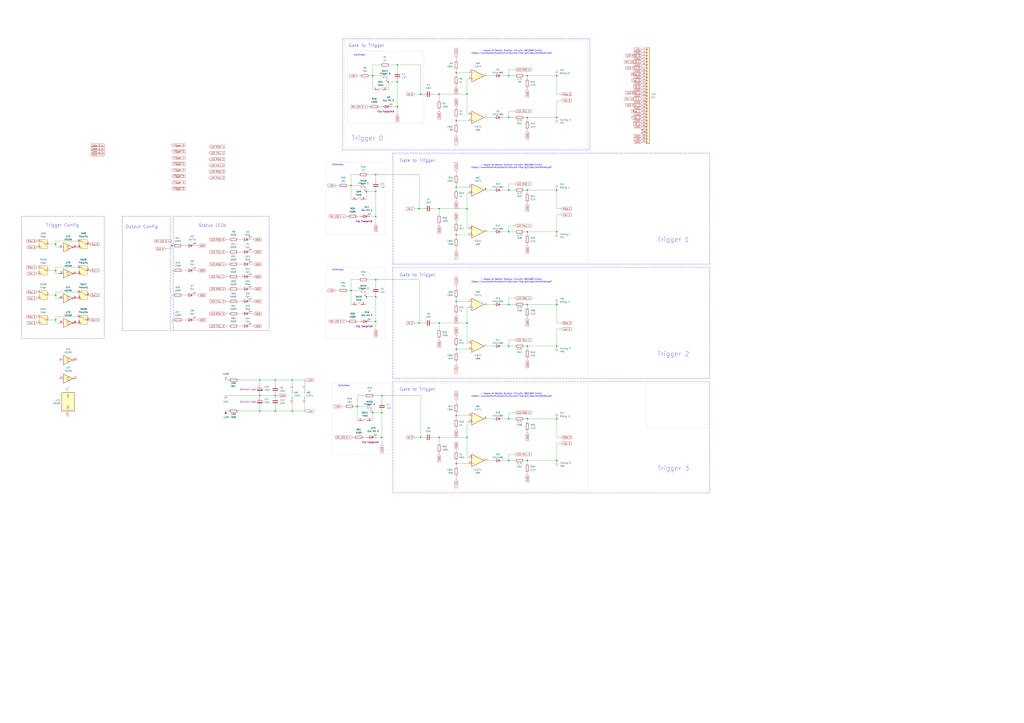
<source format=kicad_sch>
(kicad_sch (version 20231120) (generator "eeschema") (generator_version "8.0")
  (paper "A1")
  (title_block (title "Audio Thing Template") (rev "1.0") (company "velvia-fifty") (comment 1 "https://github.com/velvia-fifty/AudioThings") (comment 2 "You should have changed this already :)") (comment 4 "Stay humble"))
  (junction (at 308.61 177.8))
  (junction (at 288.29 152.4))
  (junction (at 374.65 59.69))
  (junction (at 226.06 312.42))
  (junction (at 417.83 156.21))
  (junction (at 433.07 190.5))
  (junction (at 383.54 359.41))
  (junction (at 374.65 99.06))
  (junction (at 417.83 378.46))
  (junction (at 326.39 87.63))
  (junction (at 374.65 247.65))
  (junction (at 457.2 62.23))
  (junction (at 45.72 262.89))
  (junction (at 417.83 344.17))
  (junction (at 374.65 193.04))
  (junction (at 457.2 284.48))
  (junction (at 433.07 378.46))
  (junction (at 288.29 238.76))
  (junction (at 433.07 344.17))
  (junction (at 383.54 77.47))
  (junction (at 374.65 381))
  (junction (at 433.07 96.52))
  (junction (at 308.61 143.51))
  (junction (at 360.68 359.41))
  (junction (at 374.65 153.67))
  (junction (at 344.17 171.45))
  (junction (at 360.68 77.47))
  (junction (at 45.72 222.25))
  (junction (at 345.44 359.41))
  (junction (at 313.69 325.12))
  (junction (at 140.97 201.93))
  (junction (at 308.61 157.48))
  (junction (at 213.36 325.12))
  (junction (at 326.39 53.34))
  (junction (at 240.03 312.42))
  (junction (at 457.2 250.19))
  (junction (at 308.61 229.87))
  (junction (at 417.83 190.5))
  (junction (at 326.39 67.31))
  (junction (at 383.54 171.45))
  (junction (at 457.2 378.46))
  (junction (at 306.07 62.23))
  (junction (at 318.77 67.31))
  (junction (at 417.83 96.52))
  (junction (at 457.2 156.21))
  (junction (at 457.2 190.5))
  (junction (at 383.54 265.43))
  (junction (at 226.06 325.12))
  (junction (at 457.2 96.52))
  (junction (at 417.83 250.19))
  (junction (at 293.37 334.01))
  (junction (at 374.65 341.63))
  (junction (at 417.83 284.48))
  (junction (at 433.07 284.48))
  (junction (at 45.72 242.57))
  (junction (at 213.36 312.42))
  (junction (at 345.44 77.47))
  (junction (at 313.69 359.41))
  (junction (at 45.72 200.66))
  (junction (at 433.07 156.21))
  (junction (at 306.07 339.09))
  (junction (at 360.68 171.45))
  (junction (at 417.83 62.23))
  (junction (at 213.36 337.82))
  (junction (at 300.99 157.48))
  (junction (at 313.69 339.09))
  (junction (at 433.07 62.23))
  (junction (at 226.06 337.82))
  (junction (at 300.99 243.84))
  (junction (at 308.61 243.84))
  (junction (at 457.2 344.17))
  (junction (at 240.03 337.82))
  (junction (at 374.65 287.02))
  (junction (at 360.68 265.43))
  (junction (at 344.17 265.43))
  (junction (at 308.61 264.16))
  (junction (at 433.07 250.19))
  (no_connect (at 527.05 106.68))
  (no_connect (at 527.05 109.22))
  (wire (pts (xy 374.65 59.69) (xy 374.65 57.15)))
  (wire (pts (xy 374.65 284.48) (xy 374.65 287.02)))
  (wire (pts (xy 412.75 344.17) (xy 417.83 344.17)))
  (wire (pts (xy 240.03 337.82) (xy 240.03 331.47)))
  (wire (pts (xy 185.42 227.33) (xy 187.96 227.33)))
  (wire (pts (xy 288.29 143.51) (xy 288.29 152.4)))
  (wire (pts (xy 374.65 328.93) (xy 374.65 331.47)))
  (wire (pts (xy 433.07 156.21) (xy 433.07 158.75)))
  (wire (pts (xy 457.2 284.48) (xy 457.2 270.51)))
  (wire (pts (xy 306.07 345.44) (xy 306.07 339.09)))
  (wire (pts (xy 321.31 87.63) (xy 326.39 87.63)))
  (wire (pts (xy 433.07 156.21) (xy 457.2 156.21)))
  (wire (pts (xy 383.54 171.45) (xy 383.54 187.96)))
  (wire (pts (xy 303.53 177.8) (xy 308.61 177.8)))
  (wire (pts (xy 383.54 346.71) (xy 383.54 359.41)))
  (wire (pts (xy 307.34 73.66) (xy 306.07 73.66)))
  (wire (pts (xy 433.07 344.17) (xy 433.07 346.71)))
  (wire (pts (xy 198.12 267.97) (xy 195.58 267.97)))
  (wire (pts (xy 383.54 187.96) (xy 384.81 187.96)))
  (wire (pts (xy 300.99 163.83) (xy 300.99 157.48)))
  (wire (pts (xy 433.07 250.19) (xy 457.2 250.19)))
  (wire (pts (xy 433.07 200.66) (xy 433.07 201.93)))
  (wire (pts (xy 185.42 207.01) (xy 187.96 207.01)))
  (wire (pts (xy 198.12 247.65) (xy 195.58 247.65)))
  (wire (pts (xy 318.77 73.66) (xy 318.77 67.31)))
  (wire (pts (xy 374.65 370.84) (xy 374.65 369.57)))
  (wire (pts (xy 208.28 237.49) (xy 205.74 237.49)))
  (wire (pts (xy 185.42 196.85) (xy 187.96 196.85)))
  (wire (pts (xy 374.65 341.63) (xy 374.65 344.17)))
  (wire (pts (xy 198.12 196.85) (xy 195.58 196.85)))
  (wire (pts (xy 40.64 200.66) (xy 45.72 200.66)))
  (wire (pts (xy 383.54 93.98) (xy 384.81 93.98)))
  (wire (pts (xy 433.07 96.52) (xy 457.2 96.52)))
  (wire (pts (xy 288.29 229.87) (xy 288.29 238.76)))
  (wire (pts (xy 45.72 198.12) (xy 45.72 200.66)))
  (wire (pts (xy 457.2 171.45) (xy 457.2 156.21)))
  (wire (pts (xy 461.01 171.45) (xy 457.2 171.45)))
  (wire (pts (xy 208.28 227.33) (xy 205.74 227.33)))
  (wire (pts (xy 300.99 243.84) (xy 308.61 243.84)))
  (wire (pts (xy 417.83 279.4) (xy 417.83 284.48)))
  (wire (pts (xy 226.06 312.42) (xy 240.03 312.42)))
  (wire (pts (xy 374.65 182.88) (xy 374.65 181.61)))
  (wire (pts (xy 384.81 346.71) (xy 383.54 346.71)))
  (wire (pts (xy 374.65 46.99) (xy 374.65 49.53)))
  (wire (pts (xy 308.61 234.95) (xy 308.61 229.87)))
  (wire (pts (xy 288.29 238.76) (xy 295.91 238.76)))
  (wire (pts (xy 374.65 153.67) (xy 374.65 156.21)))
  (wire (pts (xy 140.97 201.93) (xy 142.24 201.93)))
  (wire (pts (xy 383.54 375.92) (xy 384.81 375.92)))
  (wire (pts (xy 326.39 93.98) (xy 326.39 87.63)))
  (wire (pts (xy 303.53 264.16) (xy 308.61 264.16)))
  (wire (pts (xy 457.2 265.43) (xy 457.2 250.19)))
  (wire (pts (xy 374.65 59.69) (xy 374.65 62.23)))
  (wire (pts (xy 374.65 247.65) (xy 374.65 245.11)))
  (wire (pts (xy 308.61 148.59) (xy 308.61 143.51)))
  (wire (pts (xy 400.05 378.46) (xy 405.13 378.46)))
  (wire (pts (xy 433.07 294.64) (xy 433.07 295.91)))
  (wire (pts (xy 152.4 242.57) (xy 149.86 242.57)))
  (wire (pts (xy 208.28 257.81) (xy 205.74 257.81)))
  (wire (pts (xy 374.65 193.04) (xy 384.81 193.04)))
  (wire (pts (xy 195.58 312.42) (xy 213.36 312.42)))
  (wire (pts (xy 360.68 171.45) (xy 360.68 176.53)))
  (wire (pts (xy 318.77 67.31) (xy 326.39 67.31)))
  (wire (pts (xy 374.65 378.46) (xy 374.65 381)))
  (wire (pts (xy 306.07 73.66) (xy 306.07 62.23)))
  (wire (pts (xy 63.5 260.35) (xy 45.72 260.35)))
  (wire (pts (xy 250.19 316.23) (xy 250.19 312.42)))
  (wire (pts (xy 275.59 152.4) (xy 278.13 152.4)))
  (wire (pts (xy 344.17 265.43) (xy 340.36 265.43)))
  (wire (pts (xy 308.61 264.16) (xy 308.61 243.84)))
  (wire (pts (xy 433.07 284.48) (xy 457.2 284.48)))
  (wire (pts (xy 308.61 243.84) (xy 308.61 242.57)))
  (wire (pts (xy 185.42 337.82) (xy 187.96 337.82)))
  (wire (pts (xy 412.75 284.48) (xy 417.83 284.48)))
  (wire (pts (xy 374.65 287.02) (xy 374.65 289.56)))
  (wire (pts (xy 198.12 217.17) (xy 195.58 217.17)))
  (wire (pts (xy 303.53 62.23) (xy 306.07 62.23)))
  (wire (pts (xy 417.83 190.5) (xy 422.91 190.5)))
  (wire (pts (xy 195.58 337.82) (xy 213.36 337.82)))
  (wire (pts (xy 433.07 72.39) (xy 433.07 73.66)))
  (wire (pts (xy 295.91 177.8) (xy 293.37 177.8)))
  (wire (pts (xy 383.54 77.47) (xy 383.54 93.98)))
  (wire (pts (xy 299.72 325.12) (xy 293.37 325.12)))
  (wire (pts (xy 412.75 250.19) (xy 417.83 250.19)))
  (wire (pts (xy 300.99 157.48) (xy 308.61 157.48)))
  (wire (pts (xy 304.8 345.44) (xy 306.07 345.44)))
  (wire (pts (xy 326.39 87.63) (xy 326.39 67.31)))
  (wire (pts (xy 45.72 260.35) (xy 45.72 262.89)))
  (wire (pts (xy 185.42 237.49) (xy 187.96 237.49)))
  (wire (pts (xy 285.75 238.76) (xy 288.29 238.76)))
  (wire (pts (xy 417.83 57.15) (xy 417.83 62.23)))
  (wire (pts (xy 198.12 257.81) (xy 195.58 257.81)))
  (wire (pts (xy 400.05 344.17) (xy 405.13 344.17)))
  (wire (pts (xy 185.42 257.81) (xy 187.96 257.81)))
  (wire (pts (xy 360.68 359.41) (xy 383.54 359.41)))
  (wire (pts (xy 45.72 245.11) (xy 45.72 242.57)))
  (wire (pts (xy 412.75 156.21) (xy 417.83 156.21)))
  (wire (pts (xy 45.72 240.03) (xy 45.72 242.57)))
  (wire (pts (xy 433.07 378.46) (xy 457.2 378.46)))
  (wire (pts (xy 457.2 82.55) (xy 461.01 82.55)))
  (wire (pts (xy 213.36 323.85) (xy 213.36 325.12)))
  (wire (pts (xy 312.42 53.34) (xy 306.07 53.34)))
  (wire (pts (xy 208.28 247.65) (xy 205.74 247.65)))
  (wire (pts (xy 162.56 222.25) (xy 160.02 222.25)))
  (wire (pts (xy 433.07 378.46) (xy 433.07 381)))
  (wire (pts (xy 313.69 325.12) (xy 345.44 325.12)))
  (wire (pts (xy 140.97 242.57) (xy 142.24 242.57)))
  (wire (pts (xy 288.29 250.19) (xy 288.29 238.76)))
  (wire (pts (xy 430.53 284.48) (xy 433.07 284.48)))
  (wire (pts (xy 374.65 96.52) (xy 374.65 99.06)))
  (wire (pts (xy 326.39 58.42) (xy 326.39 53.34)))
  (wire (pts (xy 417.83 344.17) (xy 422.91 344.17)))
  (wire (pts (xy 313.69 359.41) (xy 313.69 339.09)))
  (wire (pts (xy 412.75 378.46) (xy 417.83 378.46)))
  (wire (pts (xy 430.53 378.46) (xy 433.07 378.46)))
  (wire (pts (xy 374.65 140.97) (xy 374.65 143.51)))
  (wire (pts (xy 400.05 284.48) (xy 405.13 284.48)))
  (wire (pts (xy 347.98 359.41) (xy 345.44 359.41)))
  (wire (pts (xy 360.68 90.17) (xy 360.68 91.44)))
  (wire (pts (xy 417.83 378.46) (xy 422.91 378.46)))
  (wire (pts (xy 40.64 262.89) (xy 45.72 262.89)))
  (wire (pts (xy 306.07 62.23) (xy 313.69 62.23)))
  (wire (pts (xy 208.28 217.17) (xy 205.74 217.17)))
  (wire (pts (xy 374.65 299.72) (xy 374.65 297.18)))
  (wire (pts (xy 289.56 250.19) (xy 288.29 250.19)))
  (wire (pts (xy 308.61 177.8) (xy 308.61 157.48)))
  (wire (pts (xy 213.36 312.42) (xy 226.06 312.42)))
  (wire (pts (xy 433.07 62.23) (xy 457.2 62.23)))
  (wire (pts (xy 320.04 53.34) (xy 326.39 53.34)))
  (wire (pts (xy 360.68 171.45) (xy 383.54 171.45)))
  (wire (pts (xy 374.65 153.67) (xy 384.81 153.67)))
  (wire (pts (xy 457.2 190.5) (xy 457.2 176.53)))
  (wire (pts (xy 374.65 381) (xy 374.65 383.54)))
  (wire (pts (xy 293.37 62.23) (xy 295.91 62.23)))
  (wire (pts (xy 383.54 158.75) (xy 383.54 171.45)))
  (wire (pts (xy 374.65 163.83) (xy 374.65 165.1)))
  (wire (pts (xy 417.83 185.42) (xy 422.91 185.42)))
  (wire (pts (xy 457.2 77.47) (xy 457.2 62.23)))
  (wire (pts (xy 140.97 262.89) (xy 142.24 262.89)))
  (wire (pts (xy 45.72 265.43) (xy 45.72 262.89)))
  (wire (pts (xy 326.39 67.31) (xy 326.39 66.04)))
  (wire (pts (xy 185.42 325.12) (xy 213.36 325.12)))
  (wire (pts (xy 63.5 219.71) (xy 45.72 219.71)))
  (wire (pts (xy 198.12 207.01) (xy 195.58 207.01)))
  (wire (pts (xy 347.98 77.47) (xy 345.44 77.47)))
  (wire (pts (xy 417.83 245.11) (xy 422.91 245.11)))
  (wire (pts (xy 374.65 247.65) (xy 384.81 247.65)))
  (wire (pts (xy 433.07 344.17) (xy 457.2 344.17)))
  (wire (pts (xy 226.06 312.42) (xy 226.06 316.23)))
  (wire (pts (xy 430.53 62.23) (xy 433.07 62.23)))
  (wire (pts (xy 306.07 339.09) (xy 313.69 339.09)))
  (wire (pts (xy 284.48 264.16) (xy 285.75 264.16)))
  (wire (pts (xy 374.65 205.74) (xy 374.65 203.2)))
  (wire (pts (xy 294.64 143.51) (xy 288.29 143.51)))
  (wire (pts (xy 208.28 207.01) (xy 205.74 207.01)))
  (wire (pts (xy 360.68 265.43) (xy 383.54 265.43)))
  (wire (pts (xy 417.83 91.44) (xy 422.91 91.44)))
  (wire (pts (xy 417.83 373.38) (xy 417.83 378.46)))
  (wire (pts (xy 308.61 229.87) (xy 344.17 229.87)))
  (wire (pts (xy 400.05 190.5) (xy 405.13 190.5)))
  (wire (pts (xy 433.07 260.35) (xy 433.07 261.62)))
  (wire (pts (xy 308.61 270.51) (xy 308.61 264.16)))
  (wire (pts (xy 417.83 250.19) (xy 422.91 250.19)))
  (wire (pts (xy 240.03 337.82) (xy 250.19 337.82)))
  (wire (pts (xy 140.97 198.12) (xy 140.97 201.93)))
  (wire (pts (xy 360.68 184.15) (xy 360.68 185.42)))
  (wire (pts (xy 45.72 224.79) (xy 48.26 224.79)))
  (wire (pts (xy 326.39 53.34) (xy 345.44 53.34)))
  (wire (pts (xy 40.64 242.57) (xy 45.72 242.57)))
  (wire (pts (xy 433.07 62.23) (xy 433.07 64.77)))
  (wire (pts (xy 344.17 143.51) (xy 344.17 171.45)))
  (wire (pts (xy 374.65 153.67) (xy 374.65 151.13)))
  (wire (pts (xy 400.05 156.21) (xy 405.13 156.21)))
  (wire (pts (xy 430.53 190.5) (xy 433.07 190.5)))
  (wire (pts (xy 374.65 341.63) (xy 374.65 339.09)))
  (wire (pts (xy 417.83 373.38) (xy 422.91 373.38)))
  (wire (pts (xy 140.97 222.25) (xy 142.24 222.25)))
  (wire (pts (xy 208.28 196.85) (xy 205.74 196.85)))
  (wire (pts (xy 374.65 190.5) (xy 374.65 193.04)))
  (wire (pts (xy 185.42 267.97) (xy 187.96 267.97)))
  (wire (pts (xy 45.72 200.66) (xy 45.72 203.2)))
  (wire (pts (xy 293.37 345.44) (xy 293.37 334.01)))
  (wire (pts (xy 48.26 265.43) (xy 45.72 265.43)))
  (wire (pts (xy 198.12 227.33) (xy 195.58 227.33)))
  (wire (pts (xy 405.13 62.23) (xy 400.05 62.23)))
  (wire (pts (xy 417.83 91.44) (xy 417.83 96.52)))
  (wire (pts (xy 140.97 245.11) (xy 140.97 242.57)))
  (wire (pts (xy 374.65 234.95) (xy 374.65 237.49)))
  (wire (pts (xy 412.75 190.5) (xy 417.83 190.5)))
  (wire (pts (xy 374.65 59.69) (xy 384.81 59.69)))
  (wire (pts (xy 433.07 166.37) (xy 433.07 167.64)))
  (wire (pts (xy 308.61 143.51) (xy 344.17 143.51)))
  (wire (pts (xy 433.07 388.62) (xy 433.07 389.89)))
  (wire (pts (xy 383.54 265.43) (xy 383.54 281.94)))
  (wire (pts (xy 45.72 219.71) (xy 45.72 222.25)))
  (wire (pts (xy 433.07 190.5) (xy 433.07 193.04)))
  (wire (pts (xy 140.97 224.79) (xy 140.97 222.25)))
  (wire (pts (xy 213.36 334.01) (xy 213.36 337.82)))
  (wire (pts (xy 250.19 312.42) (xy 240.03 312.42)))
  (wire (pts (xy 374.65 381) (xy 384.81 381)))
  (wire (pts (xy 360.68 77.47) (xy 360.68 82.55)))
  (wire (pts (xy 293.37 334.01) (xy 300.99 334.01)))
  (wire (pts (xy 185.42 312.42) (xy 187.96 312.42)))
  (wire (pts (xy 198.12 237.49) (xy 195.58 237.49)))
  (wire (pts (xy 374.65 247.65) (xy 374.65 250.19)))
  (wire (pts (xy 430.53 344.17) (xy 433.07 344.17)))
  (wire (pts (xy 417.83 185.42) (xy 417.83 190.5)))
  (wire (pts (xy 355.6 265.43) (xy 360.68 265.43)))
  (wire (pts (xy 226.06 337.82) (xy 226.06 334.01)))
  (wire (pts (xy 313.69 330.2) (xy 313.69 325.12)))
  (wire (pts (xy 433.07 250.19) (xy 433.07 252.73)))
  (wire (pts (xy 430.53 96.52) (xy 433.07 96.52)))
  (wire (pts (xy 228.6 325.12) (xy 226.06 325.12)))
  (wire (pts (xy 360.68 265.43) (xy 360.68 270.51)))
  (wire (pts (xy 374.65 88.9) (xy 374.65 87.63)))
  (wire (pts (xy 383.54 281.94) (xy 384.81 281.94)))
  (wire (pts (xy 308.61 157.48) (xy 308.61 156.21)))
  (wire (pts (xy 48.26 245.11) (xy 45.72 245.11)))
  (wire (pts (xy 417.83 151.13) (xy 422.91 151.13)))
  (wire (pts (xy 294.64 229.87) (xy 288.29 229.87)))
  (wire (pts (xy 289.56 163.83) (xy 288.29 163.83)))
  (wire (pts (xy 374.65 99.06) (xy 384.81 99.06)))
  (wire (pts (xy 412.75 62.23) (xy 417.83 62.23)))
  (wire (pts (xy 433.07 284.48) (xy 433.07 287.02)))
  (wire (pts (xy 313.69 339.09) (xy 313.69 337.82)))
  (wire (pts (xy 208.28 267.97) (xy 205.74 267.97)))
  (wire (pts (xy 461.01 359.41) (xy 457.2 359.41)))
  (wire (pts (xy 417.83 339.09) (xy 422.91 339.09)))
  (wire (pts (xy 383.54 359.41) (xy 383.54 375.92)))
  (wire (pts (xy 374.65 99.06) (xy 374.65 101.6)))
  (wire (pts (xy 347.98 265.43) (xy 344.17 265.43)))
  (wire (pts (xy 417.83 339.09) (xy 417.83 344.17)))
  (wire (pts (xy 417.83 96.52) (xy 422.91 96.52)))
  (wire (pts (xy 288.29 152.4) (xy 295.91 152.4)))
  (wire (pts (xy 405.13 96.52) (xy 400.05 96.52)))
  (wire (pts (xy 300.99 359.41) (xy 298.45 359.41)))
  (wire (pts (xy 307.34 325.12) (xy 313.69 325.12)))
  (wire (pts (xy 412.75 96.52) (xy 417.83 96.52)))
  (wire (pts (xy 345.44 53.34) (xy 345.44 77.47)))
  (wire (pts (xy 289.56 359.41) (xy 290.83 359.41)))
  (wire (pts (xy 308.61 359.41) (xy 313.69 359.41)))
  (wire (pts (xy 417.83 245.11) (xy 417.83 250.19)))
  (wire (pts (xy 290.83 334.01) (xy 293.37 334.01)))
  (wire (pts (xy 355.6 77.47) (xy 360.68 77.47)))
  (wire (pts (xy 45.72 222.25) (xy 45.72 224.79)))
  (wire (pts (xy 417.83 57.15) (xy 422.91 57.15)))
  (wire (pts (xy 457.2 364.49) (xy 461.01 364.49)))
  (wire (pts (xy 433.07 354.33) (xy 433.07 355.6)))
  (wire (pts (xy 317.5 73.66) (xy 318.77 73.66)))
  (wire (pts (xy 226.06 337.82) (xy 240.03 337.82)))
  (wire (pts (xy 417.83 284.48) (xy 422.91 284.48)))
  (wire (pts (xy 299.72 250.19) (xy 300.99 250.19)))
  (wire (pts (xy 302.26 87.63) (xy 303.53 87.63)))
  (wire (pts (xy 417.83 156.21) (xy 422.91 156.21)))
  (wire (pts (xy 308.61 184.15) (xy 308.61 177.8)))
  (wire (pts (xy 374.65 69.85) (xy 374.65 71.12)))
  (wire (pts (xy 417.83 151.13) (xy 417.83 156.21)))
  (wire (pts (xy 461.01 265.43) (xy 457.2 265.43)))
  (wire (pts (xy 345.44 359.41) (xy 340.36 359.41)))
  (wire (pts (xy 417.83 279.4) (xy 422.91 279.4)))
  (wire (pts (xy 417.83 62.23) (xy 422.91 62.23)))
  (wire (pts (xy 374.65 111.76) (xy 374.65 109.22)))
  (wire (pts (xy 345.44 77.47) (xy 340.36 77.47)))
  (wire (pts (xy 360.68 77.47) (xy 383.54 77.47)))
  (wire (pts (xy 63.5 198.12) (xy 45.72 198.12)))
  (wire (pts (xy 384.81 252.73) (xy 383.54 252.73)))
  (wire (pts (xy 295.91 264.16) (xy 293.37 264.16)))
  (wire (pts (xy 45.72 203.2) (xy 48.26 203.2)))
  (wire (pts (xy 280.67 334.01) (xy 283.21 334.01)))
  (wire (pts (xy 302.26 229.87) (xy 308.61 229.87)))
  (wire (pts (xy 383.54 64.77) (xy 383.54 77.47)))
  (wire (pts (xy 162.56 201.93) (xy 160.02 201.93)))
  (wire (pts (xy 457.2 378.46) (xy 457.2 364.49)))
  (wire (pts (xy 457.2 176.53) (xy 461.01 176.53)))
  (wire (pts (xy 344.17 171.45) (xy 340.36 171.45)))
  (wire (pts (xy 240.03 312.42) (xy 240.03 316.23)))
  (wire (pts (xy 152.4 262.89) (xy 149.86 262.89)))
  (wire (pts (xy 457.2 270.51) (xy 461.01 270.51)))
  (wire (pts (xy 461.01 77.47) (xy 457.2 77.47)))
  (wire (pts (xy 374.65 351.79) (xy 374.65 353.06)))
  (wire (pts (xy 284.48 177.8) (xy 285.75 177.8)))
  (wire (pts (xy 285.75 152.4) (xy 288.29 152.4)))
  (wire (pts (xy 430.53 156.21) (xy 433.07 156.21)))
  (wire (pts (xy 384.81 158.75) (xy 383.54 158.75)))
  (wire (pts (xy 213.36 326.39) (xy 213.36 325.12)))
  (wire (pts (xy 302.26 143.51) (xy 308.61 143.51)))
  (wire (pts (xy 433.07 96.52) (xy 433.07 99.06)))
  (wire (pts (xy 457.2 359.41) (xy 457.2 344.17)))
  (wire (pts (xy 374.65 393.7) (xy 374.65 391.16)))
  (wire (pts (xy 355.6 171.45) (xy 360.68 171.45)))
  (wire (pts (xy 374.65 193.04) (xy 374.65 195.58)))
  (wire (pts (xy 162.56 242.57) (xy 160.02 242.57)))
  (wire (pts (xy 360.68 372.11) (xy 360.68 373.38)))
  (wire (pts (xy 135.89 204.47) (xy 140.97 204.47)))
  (wire (pts (xy 275.59 238.76) (xy 278.13 238.76)))
  (wire (pts (xy 226.06 323.85) (xy 226.06 325.12)))
  (wire (pts (xy 360.68 359.41) (xy 360.68 364.49)))
  (wire (pts (xy 162.56 262.89) (xy 160.02 262.89)))
  (wire (pts (xy 313.69 87.63) (xy 311.15 87.63)))
  (wire (pts (xy 140.97 265.43) (xy 140.97 262.89)))
  (wire (pts (xy 374.65 341.63) (xy 384.81 341.63)))
  (wire (pts (xy 345.44 325.12) (xy 345.44 359.41)))
  (wire (pts (xy 40.64 222.25) (xy 45.72 222.25)))
  (wire (pts (xy 299.72 163.83) (xy 300.99 163.83)))
  (wire (pts (xy 313.69 365.76) (xy 313.69 359.41)))
  (wire (pts (xy 306.07 53.34) (xy 306.07 62.23)))
  (wire (pts (xy 294.64 345.44) (xy 293.37 345.44)))
  (wire (pts (xy 226.06 325.12) (xy 226.06 326.39)))
  (wire (pts (xy 430.53 250.19) (xy 433.07 250.19)))
  (wire (pts (xy 185.42 217.17) (xy 187.96 217.17)))
  (wire (pts (xy 152.4 222.25) (xy 149.86 222.25)))
  (wire (pts (xy 374.65 276.86) (xy 374.65 275.59)))
  (wire (pts (xy 383.54 252.73) (xy 383.54 265.43)))
  (wire (pts (xy 374.65 287.02) (xy 384.81 287.02)))
  (wire (pts (xy 457.2 96.52) (xy 457.2 82.55)))
  (wire (pts (xy 293.37 325.12) (xy 293.37 334.01)))
  (wire (pts (xy 347.98 171.45) (xy 344.17 171.45)))
  (wire (pts (xy 400.05 250.19) (xy 405.13 250.19)))
  (wire (pts (xy 213.36 325.12) (xy 226.06 325.12)))
  (wire (pts (xy 185.42 247.65) (xy 187.96 247.65)))
  (wire (pts (xy 140.97 204.47) (xy 140.97 201.93)))
  (wire (pts (xy 152.4 201.93) (xy 149.86 201.93)))
  (wire (pts (xy 250.19 337.82) (xy 250.19 331.47)))
  (wire (pts (xy 344.17 229.87) (xy 344.17 265.43)))
  (wire (pts (xy 355.6 359.41) (xy 360.68 359.41)))
  (wire (pts (xy 433.07 190.5) (xy 457.2 190.5)))
  (wire (pts (xy 360.68 278.13) (xy 360.68 279.4)))
  (wire (pts (xy 63.5 240.03) (xy 45.72 240.03)))
  (wire (pts (xy 213.36 316.23) (xy 213.36 312.42)))
  (wire (pts (xy 384.81 64.77) (xy 383.54 64.77)))
  (wire (pts (xy 213.36 337.82) (xy 226.06 337.82)))
  (wire (pts (xy 433.07 106.68) (xy 433.07 107.95)))
  (wire (pts (xy 374.65 257.81) (xy 374.65 259.08)))
  (wire (pts (xy 288.29 163.83) (xy 288.29 152.4)))
  (wire (pts (xy 300.99 250.19) (xy 300.99 243.84)))
  (rectangle (start 323.85 314.96) (end 482.6 403.86) (stroke (width 0) (type dot)))
  (rectangle (start 322.58 125.73) (end 582.93 217.17) (stroke (width 0) (type dash)))
  (rectangle (start 323.85 127) (end 482.6 215.9) (stroke (width 0) (type dot)))
  (rectangle (start 281.305 31.75) (end 484.505 123.19) (stroke (width 0) (type dash)))
  (rectangle (start 100.33 177.8) (end 139.7 271.78) (stroke (width 0) (type dash)))
  (rectangle (start 273.05 314.96) (end 321.31 373.38) (stroke (width 0) (type dot)))
  (rectangle (start 282.575 33.02) (end 482.6 121.92) (stroke (width 0) (type dot)))
  (rectangle (start 267.97 133.35) (end 316.23 192.405) (stroke (width 0) (type dot)))
  (rectangle (start 323.85 220.98) (end 482.6 309.88) (stroke (width 0) (type dot)))
  (rectangle (start 142.24 177.8) (end 220.98 271.78) (stroke (width 0) (type dash)))
  (rectangle (start 322.58 313.69) (end 582.93 405.13) (stroke (width 0) (type dash)))
  (rectangle (start 530.86 314.96) (end 581.66 351.79) (stroke (width 0) (type dot)))
  (rectangle (start 267.97 219.71) (end 316.23 278.13) (stroke (width 0) (type dot)))
  (rectangle (start 285.115 41.91) (end 347.98 101.6) (stroke (width 0) (type dot)))
  (rectangle (start 322.58 219.71) (end 582.93 311.15) (stroke (width 0) (type dash)))
  (rectangle (start 17.78 177.8) (end 85.725 278.13) (stroke (width 0) (type dash)))
  (text "Gate to Trigger" (at 342.9 320.04 0) (effects (font (size 2.54 2.54))))
  (text "Trigger Config" (at 51.308 185.166 0) (effects (font (size 2.54 2.54))))
  (text "Trigger 1" (at 552.958 197.104 0) (effects (font (size 3.81 3.81))))
  (text "Switchbox" (at 277.622 221.742 0) (effects (font (size 1.27 1.27))))
  (text "Switchbox" (at 295.402 45.212 0) (effects (font (size 1.27 1.27))))
  (text "Gate to Trigger" (at 342.9 226.06 0) (effects (font (size 2.54 2.54))))
  (text "Trigger 3" (at 552.958 385.064 0) (effects (font (size 3.81 3.81))))
  (text "I ripped of Barton Musical Circuits' BMC069 (nice)\nhttps://www.bartonmusicalcircuits.com/4hp/g2t/documentation.pdf" (at 420.116 230.632 0) (effects (font (size 1.27 1.27))))
  (text "I ripped of Barton Musical Circuits' BMC069 (nice)\nhttps://www.bartonmusicalcircuits.com/4hp/g2t/documentation.pdf" (at 420.116 324.612 0) (effects (font (size 1.27 1.27))))
  (text "Switchbox" (at 277.622 135.382 0) (effects (font (size 1.27 1.27))))
  (text "I ripped of Barton Musical Circuits' BMC069 (nice)\nhttps://www.bartonmusicalcircuits.com/4hp/g2t/documentation.pdf" (at 420.116 136.652 0) (effects (font (size 1.27 1.27))))
  (text "I ripped of Barton Musical Circuits' BMC069 (nice)\nhttps://www.bartonmusicalcircuits.com/4hp/g2t/documentation.pdf" (at 420.116 42.672 0) (effects (font (size 1.27 1.27))))
  (text "Trigger 0" (at 301.752 113.792 0) (effects (font (size 3.81 3.81))))
  (text "Output Config" (at 116.332 186.436 0) (effects (font (size 2.54 2.54))))
  (text "Gate to Trigger" (at 300.99 37.592 0) (effects (font (size 2.54 2.54))))
  (text "Status LEDs" (at 174.498 185.42 0) (effects (font (size 2.54 2.54))))
  (text "Gate to Trigger" (at 342.9 132.08 0) (effects (font (size 2.54 2.54))))
  (text "Switchbox" (at 282.702 316.992 0) (effects (font (size 1.27 1.27))))
  (text "Trigger 2" (at 552.958 291.084 0) (effects (font (size 3.81 3.81))))
  (global_label "-12v" (shape input) (at 374.65 393.7 270) (property "Intersheetrefs" "${INTERSHEET_REFS}" (effects (hide yes))))
  (global_label "GND" (shape input) (at 433.07 355.6 270) (property "Intersheetrefs" "${INTERSHEET_REFS}" (effects (hide yes))))
  (global_label "LED RISE 3" (shape input) (at 171.45 140.97 0) (property "Intersheetrefs" "${INTERSHEET_REFS}" (effects (hide yes))))
  (global_label "GND" (shape input) (at 374.65 353.06 270) (property "Intersheetrefs" "${INTERSHEET_REFS}" (effects (hide yes))))
  (global_label "LED FALL 3" (shape input) (at 171.45 146.05 0) (property "Intersheetrefs" "${INTERSHEET_REFS}" (effects (hide yes))))
  (global_label "LED FALL 3" (shape input) (at 185.42 267.97 180) (property "Intersheetrefs" "${INTERSHEET_REFS}" (effects (hide yes))))
  (global_label "GND" (shape input) (at 326.39 93.98 270) (property "Intersheetrefs" "${INTERSHEET_REFS}" (effects (hide yes))))
  (global_label "GND" (shape input) (at 308.61 184.15 270) (property "Intersheetrefs" "${INTERSHEET_REFS}" (effects (hide yes))))
  (global_label "IN 1" (shape input) (at 340.36 171.45 180) (property "Intersheetrefs" "${INTERSHEET_REFS}" (effects (hide yes))))
  (global_label "~{Trigger 1}" (shape input) (at 140.97 134.62 0) (property "Intersheetrefs" "${INTERSHEET_REFS}" (effects (hide yes))))
  (global_label "LED RISE 2" (shape input) (at 422.91 245.11 0) (property "Intersheetrefs" "${INTERSHEET_REFS}" (effects (hide yes))))
  (global_label "GND" (shape input) (at 527.05 104.14 180) (property "Intersheetrefs" "${INTERSHEET_REFS}" (effects (hide yes))))
  (global_label "+12v" (shape input) (at 374.65 234.95 90) (property "Intersheetrefs" "${INTERSHEET_REFS}" (effects (hide yes))))
  (global_label "GND" (shape input) (at 374.65 87.63 90) (property "Intersheetrefs" "${INTERSHEET_REFS}" (effects (hide yes))))
  (global_label "Fall 2" (shape input) (at 30.48 245.11 180) (property "Intersheetrefs" "${INTERSHEET_REFS}" (effects (hide yes))))
  (global_label "MX LED 2 +" (shape input) (at 284.48 264.16 180) (property "Intersheetrefs" "${INTERSHEET_REFS}" (effects (hide yes))))
  (global_label "Rise 0" (shape input) (at 461.01 77.47 0) (property "Intersheetrefs" "${INTERSHEET_REFS}" (effects (hide yes))))
  (global_label "LED RISE 1" (shape input) (at 171.45 120.65 0) (property "Intersheetrefs" "${INTERSHEET_REFS}" (effects (hide yes))))
  (global_label "GND" (shape input) (at 527.05 116.84 180) (property "Intersheetrefs" "${INTERSHEET_REFS}" (effects (hide yes))))
  (global_label "Gate 1 In" (shape input) (at 86.36 121.92 180) (property "Intersheetrefs" "${INTERSHEET_REFS}" (effects (hide yes))))
  (global_label "GND" (shape input) (at 433.07 107.95 270) (property "Intersheetrefs" "${INTERSHEET_REFS}" (effects (hide yes))))
  (global_label "Trigger 0" (shape input) (at 140.97 119.38 0) (property "Intersheetrefs" "${INTERSHEET_REFS}" (effects (hide yes))))
  (global_label "GND" (shape input) (at 527.05 43.18 180) (property "Intersheetrefs" "${INTERSHEET_REFS}" (effects (hide yes))))
  (global_label "GND" (shape input) (at 360.68 185.42 270) (property "Intersheetrefs" "${INTERSHEET_REFS}" (effects (hide yes))))
  (global_label "GND" (shape input) (at 527.05 93.98 180) (property "Intersheetrefs" "${INTERSHEET_REFS}" (effects (hide yes))))
  (global_label "LED RISE 1" (shape input) (at 422.91 151.13 0) (property "Intersheetrefs" "${INTERSHEET_REFS}" (effects (hide yes))))
  (global_label "+5V" (shape input) (at 275.59 238.76 180) (property "Intersheetrefs" "${INTERSHEET_REFS}" (effects (hide yes))))
  (global_label "Rise 2" (shape input) (at 30.48 240.03 180) (property "Intersheetrefs" "${INTERSHEET_REFS}" (effects (hide yes))))
  (global_label "Out 0" (shape input) (at 73.66 200.66 0) (property "Intersheetrefs" "${INTERSHEET_REFS}" (effects (hide yes))))
  (global_label "GND" (shape input) (at 228.6 325.12 0) (property "Intersheetrefs" "${INTERSHEET_REFS}" (effects (hide yes))))
  (global_label "GND" (shape input) (at 360.68 91.44 270) (property "Intersheetrefs" "${INTERSHEET_REFS}" (effects (hide yes))))
  (global_label "Trigger 3" (shape input) (at 140.97 149.86 0) (property "Intersheetrefs" "${INTERSHEET_REFS}" (effects (hide yes))))
  (global_label "GND" (shape input) (at 527.05 99.06 180) (property "Intersheetrefs" "${INTERSHEET_REFS}" (effects (hide yes))))
  (global_label "GND" (shape input) (at 433.07 389.89 270) (property "Intersheetrefs" "${INTERSHEET_REFS}" (effects (hide yes))))
  (global_label "+5V" (shape input) (at 527.05 40.64 180) (property "Intersheetrefs" "${INTERSHEET_REFS}" (effects (hide yes))))
  (global_label "Fall 1" (shape input) (at 461.01 176.53 0) (property "Intersheetrefs" "${INTERSHEET_REFS}" (effects (hide yes))))
  (global_label "LED RISE 3" (shape input) (at 185.42 257.81 180) (property "Intersheetrefs" "${INTERSHEET_REFS}" (effects (hide yes))))
  (global_label "Rise 3" (shape input) (at 461.01 359.41 0) (property "Intersheetrefs" "${INTERSHEET_REFS}" (effects (hide yes))))
  (global_label "~{Trigger 2}" (shape input) (at 140.97 144.78 0) (property "Intersheetrefs" "${INTERSHEET_REFS}" (effects (hide yes))))
  (global_label "GND" (shape input) (at 433.07 261.62 270) (property "Intersheetrefs" "${INTERSHEET_REFS}" (effects (hide yes))))
  (global_label "LED RISE 2" (shape input) (at 185.42 237.49 180) (property "Intersheetrefs" "${INTERSHEET_REFS}" (effects (hide yes))))
  (global_label "GND" (shape input) (at 374.65 181.61 90) (property "Intersheetrefs" "${INTERSHEET_REFS}" (effects (hide yes))))
  (global_label "LED FALL 1" (shape input) (at 171.45 125.73 0) (property "Intersheetrefs" "${INTERSHEET_REFS}" (effects (hide yes))))
  (global_label "Rise 1" (shape input) (at 30.48 219.71 180) (property "Intersheetrefs" "${INTERSHEET_REFS}" (effects (hide yes))))
  (global_label "LED RISE 3" (shape input) (at 422.91 339.09 0) (property "Intersheetrefs" "${INTERSHEET_REFS}" (effects (hide yes))))
  (global_label "Fall 0" (shape input) (at 527.05 66.04 180) (property "Intersheetrefs" "${INTERSHEET_REFS}" (effects (hide yes))))
  (global_label "Fall 2" (shape input) (at 461.01 270.51 0) (property "Intersheetrefs" "${INTERSHEET_REFS}" (effects (hide yes))))
  (global_label "IN 0" (shape input) (at 340.36 77.47 180) (property "Intersheetrefs" "${INTERSHEET_REFS}" (effects (hide yes))))
  (global_label "GND" (shape input) (at 162.56 242.57 0) (property "Intersheetrefs" "${INTERSHEET_REFS}" (effects (hide yes))))
  (global_label "GND" (shape input) (at 527.05 53.34 180) (property "Intersheetrefs" "${INTERSHEET_REFS}" (effects (hide yes))))
  (global_label "GND" (shape input) (at 162.56 201.93 0) (property "Intersheetrefs" "${INTERSHEET_REFS}" (effects (hide yes))))
  (global_label "GND" (shape input) (at 527.05 58.42 180) (property "Intersheetrefs" "${INTERSHEET_REFS}" (effects (hide yes))))
  (global_label "MX LED 0 +" (shape input) (at 302.26 87.63 180) (property "Intersheetrefs" "${INTERSHEET_REFS}" (effects (hide yes))))
  (global_label "GND" (shape input) (at 313.69 365.76 270) (property "Intersheetrefs" "${INTERSHEET_REFS}" (effects (hide yes))))
  (global_label "GND" (shape input) (at 308.61 270.51 270) (property "Intersheetrefs" "${INTERSHEET_REFS}" (effects (hide yes))))
  (global_label "Fall 1" (shape input) (at 30.48 224.79 180) (property "Intersheetrefs" "${INTERSHEET_REFS}" (effects (hide yes))))
  (global_label "LED FALL 1" (shape input) (at 527.05 86.36 180) (property "Intersheetrefs" "${INTERSHEET_REFS}" (effects (hide yes))))
  (global_label "Trigger 2" (shape input) (at 140.97 139.7 0) (property "Intersheetrefs" "${INTERSHEET_REFS}" (effects (hide yes))))
  (global_label "MX LED 3 +" (shape input) (at 289.56 359.41 180) (property "Intersheetrefs" "${INTERSHEET_REFS}" (effects (hide yes))))
  (global_label "LED RISE 0" (shape input) (at 185.42 196.85 180) (property "Intersheetrefs" "${INTERSHEET_REFS}" (effects (hide yes))))
  (global_label "GND" (shape input) (at 208.28 217.17 0) (property "Intersheetrefs" "${INTERSHEET_REFS}" (effects (hide yes))))
  (global_label "GND" (shape input) (at 527.05 111.76 180) (property "Intersheetrefs" "${INTERSHEET_REFS}" (effects (hide yes))))
  (global_label "MX LED 0 +" (shape input) (at 140.97 198.12 180) (property "Intersheetrefs" "${INTERSHEET_REFS}" (effects (hide yes))))
  (global_label "GND" (shape input) (at 527.05 68.58 180) (property "Intersheetrefs" "${INTERSHEET_REFS}" (effects (hide yes))))
  (global_label "Fall 0" (shape input) (at 30.48 203.2 180) (property "Intersheetrefs" "${INTERSHEET_REFS}" (effects (hide yes))))
  (global_label "LED FALL 2" (shape input) (at 185.42 247.65 180) (property "Intersheetrefs" "${INTERSHEET_REFS}" (effects (hide yes))))
  (global_label "LED FALL 2" (shape input) (at 422.91 279.4 0) (property "Intersheetrefs" "${INTERSHEET_REFS}" (effects (hide yes))))
  (global_label "GND" (shape input) (at 208.28 196.85 0) (property "Intersheetrefs" "${INTERSHEET_REFS}" (effects (hide yes))))
  (global_label "LED RISE 1" (shape input) (at 185.42 217.17 180) (property "Intersheetrefs" "${INTERSHEET_REFS}" (effects (hide yes))))
  (global_label "GND" (shape input) (at 208.28 227.33 0) (property "Intersheetrefs" "${INTERSHEET_REFS}" (effects (hide yes))))
  (global_label "Rise 2" (shape input) (at 461.01 265.43 0) (property "Intersheetrefs" "${INTERSHEET_REFS}" (effects (hide yes))))
  (global_label "LED FALL 0" (shape input) (at 422.91 91.44 0) (property "Intersheetrefs" "${INTERSHEET_REFS}" (effects (hide yes))))
  (global_label "MX LED 1 +" (shape input) (at 284.48 177.8 180) (property "Intersheetrefs" "${INTERSHEET_REFS}" (effects (hide yes))))
  (global_label "MX LED 1 +" (shape input) (at 527.05 81.28 180) (property "Intersheetrefs" "${INTERSHEET_REFS}" (effects (hide yes))))
  (global_label "Out 3" (shape input) (at 73.66 262.89 0) (property "Intersheetrefs" "${INTERSHEET_REFS}" (effects (hide yes))))
  (global_label "GND" (shape input) (at 162.56 222.25 0) (property "Intersheetrefs" "${INTERSHEET_REFS}" (effects (hide yes))))
  (global_label "LED RISE 2" (shape input) (at 171.45 130.81 0) (property "Intersheetrefs" "${INTERSHEET_REFS}" (effects (hide yes))))
  (global_label "LED FALL 1" (shape input) (at 422.91 185.42 0) (property "Intersheetrefs" "${INTERSHEET_REFS}" (effects (hide yes))))
  (global_label "Out 1" (shape input) (at 73.66 222.25 0) (property "Intersheetrefs" "${INTERSHEET_REFS}" (effects (hide yes))))
  (global_label "GND" (shape input) (at 527.05 78.74 180) (property "Intersheetrefs" "${INTERSHEET_REFS}" (effects (hide yes))))
  (global_label "IN 1" (shape input) (at 527.05 101.6 180) (property "Intersheetrefs" "${INTERSHEET_REFS}" (effects (hide yes))))
  (global_label "Rise 1" (shape input) (at 461.01 171.45 0) (property "Intersheetrefs" "${INTERSHEET_REFS}" (effects (hide yes))))
  (global_label "GND" (shape input) (at 433.07 201.93 270) (property "Intersheetrefs" "${INTERSHEET_REFS}" (effects (hide yes))))
  (global_label "IN 2" (shape input) (at 340.36 265.43 180) (property "Intersheetrefs" "${INTERSHEET_REFS}" (effects (hide yes))))
  (global_label "LED RISE 0" (shape input) (at 527.05 45.72 180) (property "Intersheetrefs" "${INTERSHEET_REFS}" (effects (hide yes))))
  (global_label "LED FALL 0" (shape input) (at 527.05 55.88 180) (property "Intersheetrefs" "${INTERSHEET_REFS}" (effects (hide yes))))
  (global_label "GND" (shape input) (at 527.05 83.82 180) (property "Intersheetrefs" "${INTERSHEET_REFS}" (effects (hide yes))))
  (global_label "GND" (shape input) (at 208.28 247.65 0) (property "Intersheetrefs" "${INTERSHEET_REFS}" (effects (hide yes))))
  (global_label "~{Trigger 3}" (shape input) (at 140.97 154.94 0) (property "Intersheetrefs" "${INTERSHEET_REFS}" (effects (hide yes))))
  (global_label "Gate 2 In" (shape input) (at 86.36 124.46 180) (property "Intersheetrefs" "${INTERSHEET_REFS}" (effects (hide yes))))
  (global_label "LED FALL 0" (shape input) (at 185.42 207.01 180) (property "Intersheetrefs" "${INTERSHEET_REFS}" (effects (hide yes))))
  (global_label "+12v" (shape input) (at 374.65 140.97 90) (property "Intersheetrefs" "${INTERSHEET_REFS}" (effects (hide yes))))
  (global_label "IN 0" (shape input) (at 527.05 71.12 180) (property "Intersheetrefs" "${INTERSHEET_REFS}" (effects (hide yes))))
  (global_label "Rise 3" (shape input) (at 30.48 260.35 180) (property "Intersheetrefs" "${INTERSHEET_REFS}" (effects (hide yes))))
  (global_label "Rise 0" (shape input) (at 527.05 60.96 180) (property "Intersheetrefs" "${INTERSHEET_REFS}" (effects (hide yes))))
  (global_label "Fall 3" (shape input) (at 30.48 265.43 180) (property "Intersheetrefs" "${INTERSHEET_REFS}" (effects (hide yes))))
  (global_label "GND" (shape input) (at 433.07 167.64 270) (property "Intersheetrefs" "${INTERSHEET_REFS}" (effects (hide yes))))
  (global_label "+5V" (shape input) (at 527.05 114.3 180) (property "Intersheetrefs" "${INTERSHEET_REFS}" (effects (hide yes))))
  (global_label "GND" (shape input) (at 208.28 237.49 0) (property "Intersheetrefs" "${INTERSHEET_REFS}" (effects (hide yes))))
  (global_label "GND" (shape input) (at 360.68 373.38 270) (property "Intersheetrefs" "${INTERSHEET_REFS}" (effects (hide yes))))
  (global_label "+5V" (shape input) (at 280.67 334.01 180) (property "Intersheetrefs" "${INTERSHEET_REFS}" (effects (hide yes))))
  (global_label "GND" (shape input) (at 433.07 73.66 270) (property "Intersheetrefs" "${INTERSHEET_REFS}" (effects (hide yes))))
  (global_label "~{Trigger 0}" (shape input) (at 140.97 124.46 0) (property "Intersheetrefs" "${INTERSHEET_REFS}" (effects (hide yes))))
  (global_label "MX LED 0 +" (shape input) (at 527.05 50.8 180) (property "Intersheetrefs" "${INTERSHEET_REFS}" (effects (hide yes))))
  (global_label "LED RISE 1" (shape input) (at 527.05 76.2 180) (property "Intersheetrefs" "${INTERSHEET_REFS}" (effects (hide yes))))
  (global_label "LED FALL 3" (shape input) (at 422.91 373.38 0) (property "Intersheetrefs" "${INTERSHEET_REFS}" (effects (hide yes))))
  (global_label "+5V" (shape input) (at 293.37 62.23 180) (property "Intersheetrefs" "${INTERSHEET_REFS}" (effects (hide yes))))
  (global_label "GND" (shape input) (at 374.65 71.12 270) (property "Intersheetrefs" "${INTERSHEET_REFS}" (effects (hide yes))))
  (global_label "GND" (shape input) (at 360.68 279.4 270) (property "Intersheetrefs" "${INTERSHEET_REFS}" (effects (hide yes))))
  (global_label "GND" (shape input) (at 527.05 48.26 180) (property "Intersheetrefs" "${INTERSHEET_REFS}" (effects (hide yes))))
  (global_label "IN 3" (shape input) (at 340.36 359.41 180) (property "Intersheetrefs" "${INTERSHEET_REFS}" (effects (hide yes))))
  (global_label "Rise 0" (shape input) (at 30.48 198.12 180) (property "Intersheetrefs" "${INTERSHEET_REFS}" (effects (hide yes))))
  (global_label "LED RISE 0" (shape input) (at 422.91 57.15 0) (property "Intersheetrefs" "${INTERSHEET_REFS}" (effects (hide yes))))
  (global_label "GND" (shape input) (at 527.05 88.9 180) (property "Intersheetrefs" "${INTERSHEET_REFS}" (effects (hide yes))))
  (global_label "Out 0" (shape input) (at 135.89 204.47 180) (property "Intersheetrefs" "${INTERSHEET_REFS}" (effects (hide yes))))
  (global_label "+12v" (shape input) (at 374.65 328.93 90) (property "Intersheetrefs" "${INTERSHEET_REFS}" (effects (hide yes))))
  (global_label "-12v" (shape input) (at 374.65 205.74 270) (property "Intersheetrefs" "${INTERSHEET_REFS}" (effects (hide yes))))
  (global_label "Fall 1" (shape input) (at 527.05 96.52 180) (property "Intersheetrefs" "${INTERSHEET_REFS}" (effects (hide yes))))
  (global_label "GND" (shape input) (at 162.56 262.89 0) (property "Intersheetrefs" "${INTERSHEET_REFS}" (effects (hide yes))))
  (global_label "Gate 0 In" (shape input) (at 86.36 119.38 180) (property "Intersheetrefs" "${INTERSHEET_REFS}" (effects (hide yes))))
  (global_label "GND" (shape input) (at 433.07 295.91 270) (property "Intersheetrefs" "${INTERSHEET_REFS}" (effects (hide yes))))
  (global_label "LED FALL 1" (shape input) (at 185.42 227.33 180) (property "Intersheetrefs" "${INTERSHEET_REFS}" (effects (hide yes))))
  (global_label "GND" (shape input) (at 208.28 257.81 0) (property "Intersheetrefs" "${INTERSHEET_REFS}" (effects (hide yes))))
  (global_label "-12v" (shape input) (at 374.65 111.76 270) (property "Intersheetrefs" "${INTERSHEET_REFS}" (effects (hide yes))))
  (global_label "Trigger 1" (shape input) (at 140.97 129.54 0) (property "Intersheetrefs" "${INTERSHEET_REFS}" (effects (hide yes))))
  (global_label "+12V" (shape input) (at 250.19 312.42 0) (property "Intersheetrefs" "${INTERSHEET_REFS}" (effects (hide yes))))
  (global_label "Fall 3" (shape input) (at 461.01 364.49 0) (property "Intersheetrefs" "${INTERSHEET_REFS}" (effects (hide yes))))
  (global_label "Out 2" (shape input) (at 73.66 242.57 0) (property "Intersheetrefs" "${INTERSHEET_REFS}" (effects (hide yes))))
  (global_label "+12v" (shape input) (at 374.65 46.99 90) (property "Intersheetrefs" "${INTERSHEET_REFS}" (effects (hide yes))))
  (global_label "Fall 0" (shape input) (at 461.01 82.55 0) (property "Intersheetrefs" "${INTERSHEET_REFS}" (effects (hide yes))))
  (global_label "LED FALL 2" (shape input) (at 171.45 135.89 0) (property "Intersheetrefs" "${INTERSHEET_REFS}" (effects (hide yes))))
  (global_label "-12v" (shape input) (at 250.19 337.82 0) (property "Intersheetrefs" "${INTERSHEET_REFS}" (effects (hide yes))))
  (global_label "+5V" (shape input) (at 275.59 152.4 180) (property "Intersheetrefs" "${INTERSHEET_REFS}" (effects (hide yes))))
  (global_label "GND" (shape input) (at 208.28 207.01 0) (property "Intersheetrefs" "${INTERSHEET_REFS}" (effects (hide yes))))
  (global_label "GND" (shape input) (at 374.65 259.08 270) (property "Intersheetrefs" "${INTERSHEET_REFS}" (effects (hide yes))))
  (global_label "GND" (shape input) (at 374.65 275.59 90) (property "Intersheetrefs" "${INTERSHEET_REFS}" (effects (hide yes))))
  (global_label "GND" (shape input) (at 208.28 267.97 0) (property "Intersheetrefs" "${INTERSHEET_REFS}" (effects (hide yes))))
  (global_label "GND" (shape input) (at 374.65 369.57 90) (property "Intersheetrefs" "${INTERSHEET_REFS}" (effects (hide yes))))
  (global_label "Gate 3 In" (shape input) (at 86.36 127 180) (property "Intersheetrefs" "${INTERSHEET_REFS}" (effects (hide yes))))
  (global_label "GND" (shape input) (at 527.05 73.66 180) (property "Intersheetrefs" "${INTERSHEET_REFS}" (effects (hide yes))))
  (global_label "GND" (shape input) (at 527.05 63.5 180) (property "Intersheetrefs" "${INTERSHEET_REFS}" (effects (hide yes))))
  (global_label "GND" (shape input) (at 374.65 165.1 270) (property "Intersheetrefs" "${INTERSHEET_REFS}" (effects (hide yes))))
  (global_label "Rise 1" (shape input) (at 527.05 91.44 180) (property "Intersheetrefs" "${INTERSHEET_REFS}" (effects (hide yes))))
  (global_label "-12v" (shape input) (at 374.65 299.72 270) (property "Intersheetrefs" "${INTERSHEET_REFS}" (effects (hide yes))))
  (symbol (lib_id "Device:R") (at 191.77 217.17 270) (unit 1)
    (property "Reference" "R31" (at 191.77 210.82 90))
    (property "Value" "500R" (at 191.77 213.36 90))
    (property "Footprint" "Resistor_SMD:R_0805_2012Metric_Pad1.20x1.40mm_HandSolder" (effects (hide yes)))
    (property "Description" "Resistor" (effects (hide yes)))
  )
  (symbol (lib_id "Connector:TestPoint") (at 457.2 156.21 0) (unit 1)
    (property "Reference" "TP3" (at 459.74 151.6379 0) (effects (justify left)))
    (property "Value" "Rising 1" (at 459.74 154.1779 0) (effects (justify left)))
    (property "Footprint" "TestPoint:TestPoint_Pad_1.5x1.5mm" (effects (hide yes)))
    (property "Description" "test point" (effects (hide yes)))
  )
  (symbol (lib_id "Amplifier_Operational:TL074") (at 392.43 190.5 0) (mirror x) (unit 4)
    (property "Reference" "U6" (at 392.43 200.66 0))
    (property "Value" "TL074" (at 392.43 198.12 0))
    (property "Footprint" "Package_SO:TSSOP-14_4.4x5mm_P0.65mm" (effects (hide yes)))
    (property "Datasheet" "http://www.ti.com/lit/ds/symlink/tl071.pdf" (effects (hide yes)))
    (property "Description" "Quad Low-Noise JFET-Input Operational Amplifiers, DIP-14/SOIC-14" (effects (hide yes)))
  )
  (symbol (lib_id "Device:R") (at 316.23 53.34 90) (unit 1)
    (property "Reference" "R1" (at 316.23 46.99 90))
    (property "Value" "1k" (at 316.23 49.53 90))
    (property "Footprint" "Resistor_SMD:R_0805_2012Metric_Pad1.20x1.40mm_HandSolder" (effects (hide yes)))
    (property "Description" "Resistor" (effects (hide yes)))
  )
  (symbol (lib_id "Device:R") (at 287.02 334.01 90) (unit 1)
    (property "Reference" "R46" (at 287.02 327.66 90))
    (property "Value" "10k" (at 287.02 330.2 90))
    (property "Footprint" "Resistor_SMD:R_0805_2012Metric_Pad1.20x1.40mm_HandSolder" (effects (hide yes)))
    (property "Description" "Resistor" (effects (hide yes)))
  )
  (symbol (lib_id "Device:R") (at 191.77 237.49 270) (unit 1)
    (property "Reference" "R59" (at 191.77 231.14 90))
    (property "Value" "500R" (at 191.77 233.68 90))
    (property "Footprint" "Resistor_SMD:R_0805_2012Metric_Pad1.20x1.40mm_HandSolder" (effects (hide yes)))
    (property "Description" "Resistor" (effects (hide yes)))
  )
  (symbol (lib_id "Device:R") (at 374.65 160.02 180) (unit 1)
    (property "Reference" "R23" (at 377.19 158.7499 0) (effects (justify right)))
    (property "Value" "1k" (at 377.19 161.2899 0) (effects (justify right)))
    (property "Footprint" "Resistor_SMD:R_0805_2012Metric_Pad1.20x1.40mm_HandSolder" (effects (hide yes)))
    (property "Description" "Resistor" (effects (hide yes)))
  )
  (symbol (lib_id "PCM_marbastlib-mx:MX_SW_HS_CPG151101S11") (at 298.45 241.3 0) (unit 1)
    (property "Reference" "MX19" (at 298.45 234.95 0))
    (property "Value" "Trigger 2" (at 298.45 236.982 0))
    (property "Footprint" "AT-Footprints:SW_Hotswap_Kailh_MX_Plated_1206R LED" (effects (hide yes)))
    (property "Description" "Push button switch, normally open, two pins, 45° tilted, Kailh CPG151101S11 for Cherry MX style switches" (effects (hide yes)))
  )
  (symbol (lib_id "Device:R") (at 374.65 105.41 0) (unit 1)
    (property "Reference" "R6" (at 372.11 106.6801 0) (effects (justify right)))
    (property "Value" "100k" (at 372.11 104.1401 0) (effects (justify right)))
    (property "Footprint" "Resistor_SMD:R_0805_2012Metric_Pad1.20x1.40mm_HandSolder" (effects (hide yes)))
    (property "Description" "Resistor" (effects (hide yes)))
  )
  (symbol (lib_id "Device:C") (at 326.39 62.23 0) (unit 1)
    (property "Reference" "C1" (at 330.2 60.9599 0) (effects (justify left)))
    (property "Value" "1uF" (at 330.2 63.4999 0) (effects (justify left)))
    (property "Footprint" "Capacitor_SMD:C_0805_2012Metric_Pad1.18x1.45mm_HandSolder" (effects (hide yes)))
    (property "Description" "Unpolarized capacitor" (effects (hide yes)))
  )
  (symbol (lib_id "Device:LED") (at 156.21 222.25 180) (unit 1)
    (property "Reference" "D6" (at 157.7975 214.63 0))
    (property "Value" "Out" (at 157.7975 217.17 0))
    (property "Footprint" "LED_SMD:LED_0805_2012Metric_Pad1.15x1.40mm_HandSolder" (effects (hide yes)))
    (property "Description" "Light emitting diode" (effects (hide yes)))
    (property "Note" "Flip Footprint!" (effects (hide yes)))
  )
  (symbol (lib_id "Device:R") (at 374.65 199.39 0) (unit 1)
    (property "Reference" "R30" (at 372.11 200.6601 0) (effects (justify right)))
    (property "Value" "100k" (at 372.11 198.1201 0) (effects (justify right)))
    (property "Footprint" "Resistor_SMD:R_0805_2012Metric_Pad1.20x1.40mm_HandSolder" (effects (hide yes)))
    (property "Description" "Resistor" (effects (hide yes)))
  )
  (symbol (lib_id "Switch:SW_SPST") (at 294.64 163.83 0) (unit 1)
    (property "Reference" "SW9" (at 294.64 157.48 0))
    (property "Value" "Hold" (at 294.64 160.02 0))
    (property "Footprint" "PCM_4ms_Switch:Switch_Toggle_SPDT_SubMini" (effects (hide yes)))
    (property "Description" "Single Pole Single Throw (SPST) switch" (effects (hide yes)))
  )
  (symbol (lib_id "Device:R") (at 433.07 290.83 180) (unit 1)
    (property "Reference" "R43" (at 435.61 289.5599 0) (effects (justify right)))
    (property "Value" "2.2k" (at 435.61 292.0999 0) (effects (justify right)))
    (property "Footprint" "Resistor_SMD:R_0805_2012Metric_Pad1.20x1.40mm_HandSolder" (effects (hide yes)))
    (property "Description" "Resistor" (effects (hide yes)))
  )
  (symbol (lib_id "power:GND") (at 185.42 325.12 0) (unit 1)
    (property "Reference" "#PWR035" (effects (hide yes)))
    (property "Value" "GND" (at 185.42 330.2 0))
    (property "Description" "Power symbol creates a global label with name \"GND\" , ground" (effects (hide yes)))
  )
  (symbol (lib_id "Switch:SW_SPST") (at 294.64 250.19 0) (unit 1)
    (property "Reference" "SW10" (at 294.64 243.84 0))
    (property "Value" "Hold" (at 294.64 246.38 0))
    (property "Footprint" "PCM_4ms_Switch:Switch_Toggle_SPDT_SubMini" (effects (hide yes)))
    (property "Description" "Single Pole Single Throw (SPST) switch" (effects (hide yes)))
  )
  (symbol (lib_id "Device:R") (at 191.77 196.85 270) (unit 1)
    (property "Reference" "R8" (at 191.77 190.5 90))
    (property "Value" "500R" (at 191.77 193.04 90))
    (property "Footprint" "Resistor_SMD:R_0805_2012Metric_Pad1.20x1.40mm_HandSolder" (effects (hide yes)))
    (property "Description" "Resistor" (effects (hide yes)))
  )
  (symbol (lib_id "Device:R") (at 426.72 190.5 90) (unit 1)
    (property "Reference" "R28" (at 426.72 195.58 90))
    (property "Value" "2.7k" (at 426.72 193.04 90))
    (property "Footprint" "Resistor_SMD:R_0805_2012Metric_Pad1.20x1.40mm_HandSolder" (effects (hide yes)))
    (property "Description" "Resistor" (effects (hide yes)))
  )
  (symbol (lib_id "Connector:TestPoint") (at 457.2 250.19 0) (unit 1)
    (property "Reference" "TP5" (at 459.74 245.6179 0) (effects (justify left)))
    (property "Value" "Rising 2" (at 459.74 248.1579 0) (effects (justify left)))
    (property "Footprint" "TestPoint:TestPoint_Pad_1.5x1.5mm" (effects (hide yes)))
    (property "Description" "test point" (effects (hide yes)))
  )
  (symbol (lib_id "Switch:SW_SPDT") (at 35.56 242.57 0) (mirror y) (unit 1)
    (property "Reference" "SW30" (at 35.56 233.68 0))
    (property "Value" "Edge" (at 35.56 236.22 0))
    (property "Footprint" "PCM_4ms_Switch:Switch_Toggle_SPDT_SubMini" (effects (hide yes)))
    (property "Description" "Switch, single pole double throw" (effects (hide yes)))
  )
  (symbol (lib_id "Amplifier_Operational:TL074") (at 392.43 156.21 0) (mirror x) (unit 3)
    (property "Reference" "U6" (at 392.43 146.05 0))
    (property "Value" "TL074" (at 392.43 148.59 0))
    (property "Footprint" "Package_SO:TSSOP-14_4.4x5mm_P0.65mm" (effects (hide yes)))
    (property "Datasheet" "http://www.ti.com/lit/ds/symlink/tl071.pdf" (effects (hide yes)))
    (property "Description" "Quad Low-Noise JFET-Input Operational Amplifiers, DIP-14/SOIC-14" (effects (hide yes)))
  )
  (symbol (lib_id "Diode:1N4148W") (at 408.94 284.48 180) (unit 1)
    (property "Reference" "D17" (at 408.94 279.4 0))
    (property "Value" "1N4148W" (at 408.94 281.94 0))
    (property "Footprint" "Diode_SMD:D_SOD-123" (effects (hide yes)))
    (property "Datasheet" "https://www.vishay.com/docs/85748/1n4148w.pdf" (effects (hide yes)))
    (property "Description" "75V 0.15A Fast Switching Diode, SOD-123" (effects (hide yes)))
    (property "Sim.Device" "D" (effects (hide yes)))
    (property "Sim.Pins" "1=K 2=A" (effects (hide yes)))
  )
  (symbol (lib_id "Device:LED") (at 201.93 207.01 180) (unit 1)
    (property "Reference" "D4" (at 203.5175 200.66 0))
    (property "Value" "Fall" (at 203.5175 203.2 0))
    (property "Footprint" "LED_SMD:LED_0805_2012Metric_Pad1.15x1.40mm_HandSolder" (effects (hide yes)))
    (property "Description" "Light emitting diode" (effects (hide yes)))
  )
  (symbol (lib_id "Amplifier_Operational:TL074") (at 392.43 96.52 0) (mirror x) (unit 2)
    (property "Reference" "U6" (at 392.43 106.68 0))
    (property "Value" "TL074" (at 392.43 104.14 0))
    (property "Footprint" "Package_SO:TSSOP-14_4.4x5mm_P0.65mm" (effects (hide yes)))
    (property "Datasheet" "http://www.ti.com/lit/ds/symlink/tl071.pdf" (effects (hide yes)))
    (property "Description" "Quad Low-Noise JFET-Input Operational Amplifiers, DIP-14/SOIC-14" (effects (hide yes)))
  )
  (symbol (lib_id "Device:LED") (at 299.72 177.8 180) (unit 1)
    (property "Reference" "D11" (at 301.3075 170.18 0))
    (property "Value" "Out MX 1" (at 301.3075 172.72 0))
    (property "Footprint" "PCM_marbastlib-mx:LED_MX_1206R" (effects (hide yes)))
    (property "Description" "Light emitting diode" (effects (hide yes)))
    (property "Note" "Flip Footprint!" (at 298.958 181.864 0))
  )
  (symbol (lib_id "Switch:SW_SPDT") (at 68.58 222.25 0) (mirror y) (unit 1)
    (property "Reference" "SW26" (at 68.58 213.36 0))
    (property "Value" "Polarity" (at 68.58 215.9 0))
    (property "Footprint" "PCM_4ms_Switch:Switch_Toggle_SPDT_SubMini" (effects (hide yes)))
    (property "Description" "Switch, single pole double throw" (effects (hide yes)))
  )
  (symbol (lib_id "Device:R") (at 374.65 280.67 0) (mirror y) (unit 1)
    (property "Reference" "R41" (at 377.19 281.9401 0) (effects (justify right)))
    (property "Value" "1k" (at 377.19 279.4001 0) (effects (justify right)))
    (property "Footprint" "Resistor_SMD:R_0805_2012Metric_Pad1.20x1.40mm_HandSolder" (effects (hide yes)))
    (property "Description" "Resistor" (effects (hide yes)))
  )
  (symbol (lib_id "Device:R") (at 433.07 256.54 180) (unit 1)
    (property "Reference" "R38" (at 435.61 255.2699 0) (effects (justify right)))
    (property "Value" "2.2k" (at 435.61 257.8099 0) (effects (justify right)))
    (property "Footprint" "Resistor_SMD:R_0805_2012Metric_Pad1.20x1.40mm_HandSolder" (effects (hide yes)))
    (property "Description" "Resistor" (effects (hide yes)))
  )
  (symbol (lib_id "Device:LED") (at 201.93 237.49 180) (unit 1)
    (property "Reference" "D21" (at 203.5175 231.14 0))
    (property "Value" "Rise" (at 203.5175 233.68 0))
    (property "Footprint" "LED_SMD:LED_0805_2012Metric_Pad1.15x1.40mm_HandSolder" (effects (hide yes)))
    (property "Description" "Light emitting diode" (effects (hide yes)))
  )
  (symbol (lib_id "Device:LED") (at 304.8 359.41 180) (unit 1)
    (property "Reference" "D19" (at 306.3875 351.79 0))
    (property "Value" "Out MX 3" (at 306.3875 354.33 0))
    (property "Footprint" "PCM_marbastlib-mx:LED_MX_1206R" (effects (hide yes)))
    (property "Description" "Light emitting diode" (effects (hide yes)))
    (property "Note" "Flip Footprint!" (at 304.038 363.474 0))
  )
  (symbol (lib_id "4xxx:40106") (at 55.88 224.79 0) (mirror x) (unit 2)
    (property "Reference" "U7" (at 55.88 215.9 0))
    (property "Value" "40106" (at 55.88 218.44 0))
    (property "Footprint" "Package_SO:TSSOP-14_4.4x5mm_P0.65mm" (effects (hide yes)))
    (property "Datasheet" "https://assets.nexperia.com/documents/data-sheet/HEF40106B.pdf" (effects (hide yes)))
    (property "Description" "Hex Schmitt trigger inverter" (effects (hide yes)))
  )
  (symbol (lib_id "Amplifier_Operational:TL074") (at 242.57 323.85 0) (unit 5)
    (property "Reference" "U6" (at 241.3 322.5799 0) (effects (justify left)))
    (property "Value" "TL074" (at 241.3 325.1199 0) (effects (justify left)))
    (property "Footprint" "Package_SO:TSSOP-14_4.4x5mm_P0.65mm" (effects (hide yes)))
    (property "Datasheet" "http://www.ti.com/lit/ds/symlink/tl071.pdf" (effects (hide yes)))
    (property "Description" "Quad Low-Noise JFET-Input Operational Amplifiers, DIP-14/SOIC-14" (effects (hide yes)))
  )
  (symbol (lib_id "Connector:TestPoint") (at 457.2 284.48 0) (mirror x) (unit 1)
    (property "Reference" "TP6" (at 459.74 289.0521 0) (effects (justify left)))
    (property "Value" "Falling 2" (at 459.74 286.5121 0) (effects (justify left)))
    (property "Footprint" "TestPoint:TestPoint_Pad_1.5x1.5mm" (effects (hide yes)))
    (property "Description" "test point" (effects (hide yes)))
  )
  (symbol (lib_id "Device:R") (at 146.05 201.93 270) (unit 1)
    (property "Reference" "R14" (at 146.05 195.58 90))
    (property "Value" "150R" (at 146.05 198.12 90))
    (property "Footprint" "Resistor_SMD:R_0805_2012Metric_Pad1.20x1.40mm_HandSolder" (effects (hide yes)))
    (property "Description" "Resistor" (effects (hide yes)))
  )
  (symbol (lib_id "Device:R") (at 360.68 368.3 180) (unit 1)
    (property "Reference" "R52" (at 363.22 367.0299 0) (effects (justify right)))
    (property "Value" "100k" (at 363.22 369.5699 0) (effects (justify right)))
    (property "Footprint" "Resistor_SMD:R_0805_2012Metric_Pad1.20x1.40mm_HandSolder" (effects (hide yes)))
    (property "Description" "Resistor" (effects (hide yes)))
  )
  (symbol (lib_id "Connector:TestPoint") (at 457.2 378.46 0) (mirror x) (unit 1)
    (property "Reference" "TP8" (at 459.74 383.0321 0) (effects (justify left)))
    (property "Value" "Falling 3" (at 459.74 380.4921 0) (effects (justify left)))
    (property "Footprint" "TestPoint:TestPoint_Pad_1.5x1.5mm" (effects (hide yes)))
    (property "Description" "test point" (effects (hide yes)))
  )
  (symbol (lib_id "4xxx:40106") (at 55.88 265.43 0) (mirror x) (unit 4)
    (property "Reference" "U7" (at 55.88 256.54 0))
    (property "Value" "40106" (at 55.88 259.08 0))
    (property "Footprint" "Package_SO:TSSOP-14_4.4x5mm_P0.65mm" (effects (hide yes)))
    (property "Datasheet" "https://assets.nexperia.com/documents/data-sheet/HEF40106B.pdf" (effects (hide yes)))
    (property "Description" "Hex Schmitt trigger inverter" (effects (hide yes)))
  )
  (symbol (lib_id "Diode:1N4148W") (at 408.94 250.19 180) (unit 1)
    (property "Reference" "D15" (at 408.94 245.11 0))
    (property "Value" "1N4148W" (at 408.94 247.65 0))
    (property "Footprint" "Diode_SMD:D_SOD-123" (effects (hide yes)))
    (property "Datasheet" "https://www.vishay.com/docs/85748/1n4148w.pdf" (effects (hide yes)))
    (property "Description" "75V 0.15A Fast Switching Diode, SOD-123" (effects (hide yes)))
    (property "Sim.Device" "D" (effects (hide yes)))
    (property "Sim.Pins" "1=K 2=A" (effects (hide yes)))
  )
  (symbol (lib_id "Device:R") (at 146.05 262.89 270) (unit 1)
    (property "Reference" "R17" (at 146.05 256.54 90))
    (property "Value" "150R" (at 146.05 259.08 90))
    (property "Footprint" "Resistor_SMD:R_0805_2012Metric_Pad1.20x1.40mm_HandSolder" (effects (hide yes)))
    (property "Description" "Resistor" (effects (hide yes)))
  )
  (symbol (lib_id "Diode:1N4148W") (at 408.94 156.21 180) (unit 1)
    (property "Reference" "D10" (at 408.94 151.13 0))
    (property "Value" "1N4148W" (at 408.94 153.67 0))
    (property "Footprint" "Diode_SMD:D_SOD-123" (effects (hide yes)))
    (property "Datasheet" "https://www.vishay.com/docs/85748/1n4148w.pdf" (effects (hide yes)))
    (property "Description" "75V 0.15A Fast Switching Diode, SOD-123" (effects (hide yes)))
    (property "Sim.Device" "D" (effects (hide yes)))
    (property "Sim.Pins" "1=K 2=A" (effects (hide yes)))
  )
  (symbol (lib_id "Device:R") (at 426.72 378.46 90) (unit 1)
    (property "Reference" "R54" (at 426.72 383.54 90))
    (property "Value" "2.7k" (at 426.72 381 90))
    (property "Footprint" "Resistor_SMD:R_0805_2012Metric_Pad1.20x1.40mm_HandSolder" (effects (hide yes)))
    (property "Description" "Resistor" (effects (hide yes)))
  )
  (symbol (lib_id "Diode:1N4148W") (at 408.94 96.52 180) (unit 1)
    (property "Reference" "D2" (at 408.94 91.44 0))
    (property "Value" "1N4148W" (at 408.94 93.98 0))
    (property "Footprint" "Diode_SMD:D_SOD-123" (effects (hide yes)))
    (property "Datasheet" "https://www.vishay.com/docs/85748/1n4148w.pdf" (effects (hide yes)))
    (property "Description" "75V 0.15A Fast Switching Diode, SOD-123" (effects (hide yes)))
    (property "Sim.Device" "D" (effects (hide yes)))
    (property "Sim.Pins" "1=K 2=A" (effects (hide yes)))
  )
  (symbol (lib_id "Device:R") (at 426.72 344.17 90) (unit 1)
    (property "Reference" "R48" (at 426.72 349.25 90))
    (property "Value" "2.7k" (at 426.72 346.71 90))
    (property "Footprint" "Resistor_SMD:R_0805_2012Metric_Pad1.20x1.40mm_HandSolder" (effects (hide yes)))
    (property "Description" "Resistor" (effects (hide yes)))
  )
  (symbol (lib_id "AT-Symbols:FFC-30-v") (at 532.13 78.74 0) (unit 1)
    (property "Reference" "J19" (at 534.67 77.4699 0) (effects (justify left)))
    (property "Value" "EXT" (at 534.67 80.0099 0) (effects (justify left)))
    (property "Footprint" "AT-Footprints:ffc-30-v-TE_3-1734742-0" (effects (hide yes)))
    (property "Description" "Generic connector, single row, 01x31, script generated (kicad-library-utils/schlib/autogen/connector/)" (effects (hide yes)))
  )
  (symbol (lib_id "Switch:SW_SPDT") (at 35.56 222.25 0) (mirror y) (unit 1)
    (property "Reference" "SW29" (at 35.56 213.36 0))
    (property "Value" "Edge" (at 35.56 215.9 0))
    (property "Footprint" "PCM_4ms_Switch:Switch_Toggle_SPDT_SubMini" (effects (hide yes)))
    (property "Description" "Switch, single pole double throw" (effects (hide yes)))
  )
  (symbol (lib_id "Switch:SW_SPDT") (at 35.56 200.66 0) (mirror y) (unit 1)
    (property "Reference" "SW6" (at 35.56 191.77 0))
    (property "Value" "Edge" (at 35.56 194.31 0))
    (property "Footprint" "PCM_4ms_Switch:Switch_Toggle_SPDT_SubMini" (effects (hide yes)))
    (property "Description" "Switch, single pole double throw" (effects (hide yes)))
  )
  (symbol (lib_id "Device:C") (at 226.06 330.2 180) (unit 1)
    (property "Reference" "C12" (at 229.87 328.9299 0) (effects (justify right)))
    (property "Value" "10nf" (at 229.87 331.4699 0) (effects (justify right)))
    (property "Footprint" "Capacitor_SMD:C_0805_2012Metric_Pad1.18x1.45mm_HandSolder" (effects (hide yes)))
    (property "Description" "Unpolarized capacitor" (effects (hide yes)))
  )
  (symbol (lib_id "Device:LED") (at 201.93 227.33 180) (unit 1)
    (property "Reference" "D14" (at 203.5175 220.98 0))
    (property "Value" "Fall" (at 203.5175 223.52 0))
    (property "Footprint" "LED_SMD:LED_0805_2012Metric_Pad1.15x1.40mm_HandSolder" (effects (hide yes)))
    (property "Description" "Light emitting diode" (effects (hide yes)))
  )
  (symbol (lib_id "Device:C") (at 308.61 152.4 0) (unit 1)
    (property "Reference" "C3" (at 312.42 151.1299 0) (effects (justify left)))
    (property "Value" "1uF" (at 312.42 153.6699 0) (effects (justify left)))
    (property "Footprint" "Capacitor_SMD:C_0805_2012Metric_Pad1.18x1.45mm_HandSolder" (effects (hide yes)))
    (property "Description" "Unpolarized capacitor" (effects (hide yes)))
  )
  (symbol (lib_id "Device:R") (at 294.64 359.41 270) (unit 1)
    (property "Reference" "R51" (at 294.64 353.06 90))
    (property "Value" "150R" (at 294.64 355.6 90))
    (property "Footprint" "Resistor_SMD:R_0805_2012Metric_Pad1.20x1.40mm_HandSolder" (effects (hide yes)))
    (property "Description" "Resistor" (effects (hide yes)))
  )
  (symbol (lib_id "PCM_marbastlib-mx:MX_SW_HS_CPG151101S11") (at 303.53 336.55 0) (unit 1)
    (property "Reference" "MX20" (at 303.53 330.2 0))
    (property "Value" "Trigger 3" (at 303.53 332.232 0))
    (property "Footprint" "AT-Footprints:SW_Hotswap_Kailh_MX_Plated_1206R LED" (effects (hide yes)))
    (property "Description" "Push button switch, normally open, two pins, 45° tilted, Kailh CPG151101S11 for Cherry MX style switches" (effects (hide yes)))
  )
  (symbol (lib_id "Diode:1N4148W") (at 408.94 344.17 180) (unit 1)
    (property "Reference" "D18" (at 408.94 339.09 0))
    (property "Value" "1N4148W" (at 408.94 341.63 0))
    (property "Footprint" "Diode_SMD:D_SOD-123" (effects (hide yes)))
    (property "Datasheet" "https://www.vishay.com/docs/85748/1n4148w.pdf" (effects (hide yes)))
    (property "Description" "75V 0.15A Fast Switching Diode, SOD-123" (effects (hide yes)))
    (property "Sim.Device" "D" (effects (hide yes)))
    (property "Sim.Pins" "1=K 2=A" (effects (hide yes)))
  )
  (symbol (lib_id "Device:R") (at 374.65 254 180) (unit 1)
    (property "Reference" "R37" (at 377.19 252.7299 0) (effects (justify right)))
    (property "Value" "1k" (at 377.19 255.2699 0) (effects (justify right)))
    (property "Footprint" "Resistor_SMD:R_0805_2012Metric_Pad1.20x1.40mm_HandSolder" (effects (hide yes)))
    (property "Description" "Resistor" (effects (hide yes)))
  )
  (symbol (lib_id "Device:R") (at 426.72 284.48 90) (unit 1)
    (property "Reference" "R42" (at 426.72 289.56 90))
    (property "Value" "2.7k" (at 426.72 287.02 90))
    (property "Footprint" "Resistor_SMD:R_0805_2012Metric_Pad1.20x1.40mm_HandSolder" (effects (hide yes)))
    (property "Description" "Resistor" (effects (hide yes)))
  )
  (symbol (lib_id "Switch:SW_SPDT") (at 68.58 262.89 0) (mirror y) (unit 1)
    (property "Reference" "SW28" (at 68.58 254 0))
    (property "Value" "Polarity" (at 68.58 256.54 0))
    (property "Footprint" "PCM_4ms_Switch:Switch_Toggle_SPDT_SubMini" (effects (hide yes)))
    (property "Description" "Switch, single pole double throw" (effects (hide yes)))
  )
  (symbol (lib_id "Device:R") (at 299.72 62.23 90) (unit 1)
    (property "Reference" "R2" (at 299.72 55.88 90))
    (property "Value" "10k" (at 299.72 58.42 90))
    (property "Footprint" "Resistor_SMD:R_0805_2012Metric_Pad1.20x1.40mm_HandSolder" (effects (hide yes)))
    (property "Description" "Resistor" (effects (hide yes)))
  )
  (symbol (lib_id "Amplifier_Operational:TL074") (at 392.43 250.19 0) (mirror x) (unit 1)
    (property "Reference" "U8" (at 392.43 240.03 0))
    (property "Value" "TL074" (at 392.43 242.57 0))
    (property "Footprint" "Package_SO:TSSOP-14_4.4x5mm_P0.65mm" (effects (hide yes)))
    (property "Datasheet" "http://www.ti.com/lit/ds/symlink/tl071.pdf" (effects (hide yes)))
    (property "Description" "Quad Low-Noise JFET-Input Operational Amplifiers, DIP-14/SOIC-14" (effects (hide yes)))
  )
  (symbol (lib_id "Device:R") (at 303.53 325.12 90) (unit 1)
    (property "Reference" "R45" (at 303.53 318.77 90))
    (property "Value" "1k" (at 303.53 321.31 90))
    (property "Footprint" "Resistor_SMD:R_0805_2012Metric_Pad1.20x1.40mm_HandSolder" (effects (hide yes)))
    (property "Description" "Resistor" (effects (hide yes)))
  )
  (symbol (lib_id "Device:LED") (at 156.21 262.89 180) (unit 1)
    (property "Reference" "D8" (at 157.7975 255.27 0))
    (property "Value" "Out" (at 157.7975 257.81 0))
    (property "Footprint" "LED_SMD:LED_0805_2012Metric_Pad1.15x1.40mm_HandSolder" (effects (hide yes)))
    (property "Description" "Light emitting diode" (effects (hide yes)))
    (property "Note" "Flip Footprint!" (effects (hide yes)))
  )
  (symbol (lib_id "4xxx:40106") (at 55.88 311.15 0) (mirror x) (unit 6)
    (property "Reference" "U7" (at 55.88 302.26 0))
    (property "Value" "40106" (at 55.88 304.8 0))
    (property "Footprint" "Package_SO:TSSOP-14_4.4x5mm_P0.65mm" (effects (hide yes)))
    (property "Datasheet" "https://assets.nexperia.com/documents/data-sheet/HEF40106B.pdf" (effects (hide yes)))
    (property "Description" "Hex Schmitt trigger inverter" (effects (hide yes)))
  )
  (symbol (lib_id "Device:R") (at 298.45 143.51 90) (unit 1)
    (property "Reference" "R19" (at 298.45 137.16 90))
    (property "Value" "1k" (at 298.45 139.7 90))
    (property "Footprint" "Resistor_SMD:R_0805_2012Metric_Pad1.20x1.40mm_HandSolder" (effects (hide yes)))
    (property "Description" "Resistor" (effects (hide yes)))
  )
  (symbol (lib_id "Device:R") (at 374.65 293.37 0) (unit 1)
    (property "Reference" "R44" (at 372.11 294.6401 0) (effects (justify right)))
    (property "Value" "100k" (at 372.11 292.1001 0) (effects (justify right)))
    (property "Footprint" "Resistor_SMD:R_0805_2012Metric_Pad1.20x1.40mm_HandSolder" (effects (hide yes)))
    (property "Description" "Resistor" (effects (hide yes)))
  )
  (symbol (lib_id "Device:R") (at 146.05 242.57 270) (unit 1)
    (property "Reference" "R16" (at 146.05 236.22 90))
    (property "Value" "150R" (at 146.05 238.76 90))
    (property "Footprint" "Resistor_SMD:R_0805_2012Metric_Pad1.20x1.40mm_HandSolder" (effects (hide yes)))
    (property "Description" "Resistor" (effects (hide yes)))
  )
  (symbol (lib_id "Device:R") (at 433.07 350.52 180) (unit 1)
    (property "Reference" "R50" (at 435.61 349.2499 0) (effects (justify right)))
    (property "Value" "2.2k" (at 435.61 351.7899 0) (effects (justify right)))
    (property "Footprint" "Resistor_SMD:R_0805_2012Metric_Pad1.20x1.40mm_HandSolder" (effects (hide yes)))
    (property "Description" "Resistor" (effects (hide yes)))
  )
  (symbol (lib_id "4xxx:40106") (at 55.88 330.2 0) (mirror x) (unit 7)
    (property "Reference" "U7" (at 49.53 328.9299 0) (effects (justify right)))
    (property "Value" "40106" (at 49.53 331.4699 0) (effects (justify right)))
    (property "Footprint" "Package_SO:TSSOP-14_4.4x5mm_P0.65mm" (effects (hide yes)))
    (property "Datasheet" "https://assets.nexperia.com/documents/data-sheet/HEF40106B.pdf" (effects (hide yes)))
    (property "Description" "Hex Schmitt trigger inverter" (effects (hide yes)))
  )
  (symbol (lib_id "Device:R") (at 426.72 62.23 90) (unit 1)
    (property "Reference" "R9" (at 426.72 67.31 90))
    (property "Value" "2.7k" (at 426.72 64.77 90))
    (property "Footprint" "Resistor_SMD:R_0805_2012Metric_Pad1.20x1.40mm_HandSolder" (effects (hide yes)))
    (property "Description" "Resistor" (effects (hide yes)))
  )
  (symbol (lib_id "Device:R") (at 374.65 374.65 0) (mirror y) (unit 1)
    (property "Reference" "R53" (at 377.19 375.9201 0) (effects (justify right)))
    (property "Value" "1k" (at 377.19 373.3801 0) (effects (justify right)))
    (property "Footprint" "Resistor_SMD:R_0805_2012Metric_Pad1.20x1.40mm_HandSolder" (effects (hide yes)))
    (property "Description" "Resistor" (effects (hide yes)))
  )
  (symbol (lib_id "Device:C") (at 351.79 359.41 90) (unit 1)
    (property "Reference" "C8" (at 351.79 351.79 90))
    (property "Value" "10nf" (at 351.79 354.33 90))
    (property "Footprint" "Capacitor_SMD:C_0805_2012Metric_Pad1.18x1.45mm_HandSolder" (effects (hide yes)))
    (property "Description" "Unpolarized capacitor" (effects (hide yes)))
  )
  (symbol (lib_id "Device:C_Polarized") (at 213.36 320.04 0) (unit 1)
    (property "Reference" "C10" (at 217.17 317.8809 0) (effects (justify left)))
    (property "Value" "10uf" (at 217.17 320.4209 0) (effects (justify left)))
    (property "Description" "Polarized capacitor" (effects (hide yes)))
    (property "Type" "Nichicon UUQ" (at 203.454 320.04 0))
  )
  (symbol (lib_id "Device:R") (at 360.68 180.34 180) (unit 1)
    (property "Reference" "R26" (at 363.22 179.0699 0) (effects (justify right)))
    (property "Value" "100k" (at 363.22 181.6099 0) (effects (justify right)))
    (property "Footprint" "Resistor_SMD:R_0805_2012Metric_Pad1.20x1.40mm_HandSolder" (effects (hide yes)))
    (property "Description" "Resistor" (effects (hide yes)))
  )
  (symbol (lib_id "Device:R") (at 374.65 66.04 180) (unit 1)
    (property "Reference" "R5" (at 377.19 64.7699 0) (effects (justify right)))
    (property "Value" "1k" (at 377.19 67.3099 0) (effects (justify right)))
    (property "Footprint" "Resistor_SMD:R_0805_2012Metric_Pad1.20x1.40mm_HandSolder" (effects (hide yes)))
    (property "Description" "Resistor" (effects (hide yes)))
  )
  (symbol (lib_id "Switch:SW_SPST") (at 312.42 73.66 0) (unit 1)
    (property "Reference" "SW1" (at 312.42 67.31 0))
    (property "Value" "Hold" (at 312.42 69.85 0))
    (property "Footprint" "PCM_4ms_Switch:Switch_Toggle_SPDT_SubMini" (effects (hide yes)))
    (property "Description" "Single Pole Single Throw (SPST) switch" (effects (hide yes)))
  )
  (symbol (lib_id "Device:R") (at 433.07 196.85 180) (unit 1)
    (property "Reference" "R29" (at 435.61 195.5799 0) (effects (justify right)))
    (property "Value" "2.2k" (at 435.61 198.1199 0) (effects (justify right)))
    (property "Footprint" "Resistor_SMD:R_0805_2012Metric_Pad1.20x1.40mm_HandSolder" (effects (hide yes)))
    (property "Description" "Resistor" (effects (hide yes)))
  )
  (symbol (lib_id "Device:LED") (at 317.5 87.63 180) (unit 1)
    (property "Reference" "D9" (at 319.0875 80.01 0))
    (property "Value" "Out MX 0" (at 319.0875 82.55 0))
    (property "Footprint" "PCM_marbastlib-mx:LED_MX_1206R" (effects (hide yes)))
    (property "Description" "Light emitting diode" (effects (hide yes)))
    (property "Note" "Flip Footprint!" (at 316.738 91.694 0))
  )
  (symbol (lib_id "Device:R") (at 433.07 68.58 180) (unit 1)
    (property "Reference" "R10" (at 435.61 67.3099 0) (effects (justify right)))
    (property "Value" "2.2k" (at 435.61 69.8499 0) (effects (justify right)))
    (property "Footprint" "Resistor_SMD:R_0805_2012Metric_Pad1.20x1.40mm_HandSolder" (effects (hide yes)))
    (property "Description" "Resistor" (effects (hide yes)))
  )
  (symbol (lib_id "Diode:1N4148W") (at 408.94 62.23 180) (unit 1)
    (property "Reference" "D1" (at 408.94 57.15 0))
    (property "Value" "1N4148W" (at 408.94 59.69 0))
    (property "Footprint" "Diode_SMD:D_SOD-123" (effects (hide yes)))
    (property "Datasheet" "https://www.vishay.com/docs/85748/1n4148w.pdf" (effects (hide yes)))
    (property "Description" "75V 0.15A Fast Switching Diode, SOD-123" (effects (hide yes)))
    (property "Sim.Device" "D" (effects (hide yes)))
    (property "Sim.Pins" "1=K 2=A" (effects (hide yes)))
  )
  (symbol (lib_id "Switch:SW_SPST") (at 299.72 345.44 0) (unit 1)
    (property "Reference" "SW11" (at 299.72 339.09 0))
    (property "Value" "Hold" (at 299.72 341.63 0))
    (property "Footprint" "PCM_4ms_Switch:Switch_Toggle_SPDT_SubMini" (effects (hide yes)))
    (property "Description" "Single Pole Single Throw (SPST) switch" (effects (hide yes)))
  )
  (symbol (lib_id "Device:R") (at 360.68 274.32 180) (unit 1)
    (property "Reference" "R40" (at 363.22 273.0499 0) (effects (justify right)))
    (property "Value" "100k" (at 363.22 275.5899 0) (effects (justify right)))
    (property "Footprint" "Resistor_SMD:R_0805_2012Metric_Pad1.20x1.40mm_HandSolder" (effects (hide yes)))
    (property "Description" "Resistor" (effects (hide yes)))
  )
  (symbol (lib_id "Connector:TestPoint") (at 457.2 344.17 0) (unit 1)
    (property "Reference" "TP7" (at 459.74 339.5979 0) (effects (justify left)))
    (property "Value" "Rising 3" (at 459.74 342.1379 0) (effects (justify left)))
    (property "Footprint" "TestPoint:TestPoint_Pad_1.5x1.5mm" (effects (hide yes)))
    (property "Description" "test point" (effects (hide yes)))
  )
  (symbol (lib_id "Device:R") (at 191.77 257.81 270) (unit 1)
    (property "Reference" "R61" (at 191.77 251.46 90))
    (property "Value" "500R" (at 191.77 254 90))
    (property "Footprint" "Resistor_SMD:R_0805_2012Metric_Pad1.20x1.40mm_HandSolder" (effects (hide yes)))
    (property "Description" "Resistor" (effects (hide yes)))
  )
  (symbol (lib_id "Device:R") (at 360.68 86.36 180) (unit 1)
    (property "Reference" "R3" (at 363.22 85.0899 0) (effects (justify right)))
    (property "Value" "100k" (at 363.22 87.6299 0) (effects (justify right)))
    (property "Footprint" "Resistor_SMD:R_0805_2012Metric_Pad1.20x1.40mm_HandSolder" (effects (hide yes)))
    (property "Description" "Resistor" (effects (hide yes)))
  )
  (symbol (lib_id "Device:LED") (at 201.93 247.65 180) (unit 1)
    (property "Reference" "D22" (at 203.5175 241.3 0))
    (property "Value" "Fall" (at 203.5175 243.84 0))
    (property "Footprint" "LED_SMD:LED_0805_2012Metric_Pad1.15x1.40mm_HandSolder" (effects (hide yes)))
    (property "Description" "Light emitting diode" (effects (hide yes)))
  )
  (symbol (lib_id "Amplifier_Operational:TL074") (at 252.73 323.85 0) (unit 5)
    (property "Reference" "U8" (at 251.46 322.5799 0) (effects (justify left)))
    (property "Value" "TL074" (at 251.46 325.1199 0) (effects (justify left)))
    (property "Footprint" "Package_SO:TSSOP-14_4.4x5mm_P0.65mm" (effects (hide yes)))
    (property "Datasheet" "http://www.ti.com/lit/ds/symlink/tl071.pdf" (effects (hide yes)))
    (property "Description" "Quad Low-Noise JFET-Input Operational Amplifiers, DIP-14/SOIC-14" (effects (hide yes)))
  )
  (symbol (lib_id "Device:R") (at 307.34 87.63 270) (unit 1)
    (property "Reference" "R18" (at 307.34 81.28 90))
    (property "Value" "150R" (at 307.34 83.82 90))
    (property "Footprint" "Resistor_SMD:R_0805_2012Metric_Pad1.20x1.40mm_HandSolder" (effects (hide yes)))
    (property "Description" "Resistor" (effects (hide yes)))
  )
  (symbol (lib_id "Diode:1N4148W") (at 408.94 378.46 180) (unit 1)
    (property "Reference" "D20" (at 408.94 373.38 0))
    (property "Value" "1N4148W" (at 408.94 375.92 0))
    (property "Footprint" "Diode_SMD:D_SOD-123" (effects (hide yes)))
    (property "Datasheet" "https://www.vishay.com/docs/85748/1n4148w.pdf" (effects (hide yes)))
    (property "Description" "75V 0.15A Fast Switching Diode, SOD-123" (effects (hide yes)))
    (property "Sim.Device" "D" (effects (hide yes)))
    (property "Sim.Pins" "1=K 2=A" (effects (hide yes)))
  )
  (symbol (lib_id "Device:R") (at 289.56 264.16 270) (unit 1)
    (property "Reference" "R39" (at 289.56 257.81 90))
    (property "Value" "150R" (at 289.56 260.35 90))
    (property "Footprint" "Resistor_SMD:R_0805_2012Metric_Pad1.20x1.40mm_HandSolder" (effects (hide yes)))
    (property "Description" "Resistor" (effects (hide yes)))
  )
  (symbol (lib_id "4xxx:40106") (at 55.88 245.11 0) (mirror x) (unit 3)
    (property "Reference" "U7" (at 55.88 236.22 0))
    (property "Value" "40106" (at 55.88 238.76 0))
    (property "Footprint" "Package_SO:TSSOP-14_4.4x5mm_P0.65mm" (effects (hide yes)))
    (property "Datasheet" "https://assets.nexperia.com/documents/data-sheet/HEF40106B.pdf" (effects (hide yes)))
    (property "Description" "Hex Schmitt trigger inverter" (effects (hide yes)))
  )
  (symbol (lib_id "Device:R") (at 374.65 387.35 0) (unit 1)
    (property "Reference" "R56" (at 372.11 388.6201 0) (effects (justify right)))
    (property "Value" "100k" (at 372.11 386.0801 0) (effects (justify right)))
    (property "Footprint" "Resistor_SMD:R_0805_2012Metric_Pad1.20x1.40mm_HandSolder" (effects (hide yes)))
    (property "Description" "Resistor" (effects (hide yes)))
  )
  (symbol (lib_id "PCM_marbastlib-mx:MX_SW_HS_CPG151101S11") (at 316.23 64.77 0) (unit 1)
    (property "Reference" "MX17" (at 316.23 58.42 0))
    (property "Value" "Trigger 0" (at 316.23 60.452 0))
    (property "Footprint" "AT-Footprints:SW_Hotswap_Kailh_MX_Plated_1206R LED" (effects (hide yes)))
    (property "Description" "Push button switch, normally open, two pins, 45° tilted, Kailh CPG151101S11 for Cherry MX style switches" (effects (hide yes)))
  )
  (symbol (lib_id "Device:R") (at 191.77 207.01 270) (unit 1)
    (property "Reference" "R11" (at 191.77 200.66 90))
    (property "Value" "500R" (at 191.77 203.2 90))
    (property "Footprint" "Resistor_SMD:R_0805_2012Metric_Pad1.20x1.40mm_HandSolder" (effects (hide yes)))
    (property "Description" "Resistor" (effects (hide yes)))
  )
  (symbol (lib_id "Device:C") (at 313.69 334.01 0) (unit 1)
    (property "Reference" "C7" (at 317.5 332.7399 0) (effects (justify left)))
    (property "Value" "1uF" (at 317.5 335.2799 0) (effects (justify left)))
    (property "Footprint" "Capacitor_SMD:C_0805_2012Metric_Pad1.18x1.45mm_HandSolder" (effects (hide yes)))
    (property "Description" "Unpolarized capacitor" (effects (hide yes)))
  )
  (symbol (lib_id "Device:LED") (at 201.93 267.97 180) (unit 1)
    (property "Reference" "D24" (at 203.5175 261.62 0))
    (property "Value" "Fall" (at 203.5175 264.16 0))
    (property "Footprint" "LED_SMD:LED_0805_2012Metric_Pad1.15x1.40mm_HandSolder" (effects (hide yes)))
    (property "Description" "Light emitting diode" (effects (hide yes)))
  )
  (symbol (lib_id "Device:R") (at 374.65 347.98 180) (unit 1)
    (property "Reference" "R49" (at 377.19 346.7099 0) (effects (justify right)))
    (property "Value" "1k" (at 377.19 349.2499 0) (effects (justify right)))
    (property "Footprint" "Resistor_SMD:R_0805_2012Metric_Pad1.20x1.40mm_HandSolder" (effects (hide yes)))
    (property "Description" "Resistor" (effects (hide yes)))
  )
  (symbol (lib_id "Device:LED") (at 156.21 201.93 180) (unit 1)
    (property "Reference" "D5" (at 157.7975 194.31 0))
    (property "Value" "Out 0" (at 157.7975 196.85 0))
    (property "Footprint" "LED_SMD:LED_0805_2012Metric_Pad1.15x1.40mm_HandSolder" (effects (hide yes)))
    (property "Description" "Light emitting diode" (effects (hide yes)))
    (property "Note" "Flip Footprint!" (effects (hide yes)))
  )
  (symbol (lib_id "Amplifier_Operational:TL074") (at 392.43 378.46 0) (mirror x) (unit 4)
    (property "Reference" "U8" (at 392.43 388.62 0))
    (property "Value" "TL074" (at 392.43 386.08 0))
    (property "Footprint" "Package_SO:TSSOP-14_4.4x5mm_P0.65mm" (effects (hide yes)))
    (property "Datasheet" "http://www.ti.com/lit/ds/symlink/tl071.pdf" (effects (hide yes)))
    (property "Description" "Quad Low-Noise JFET-Input Operational Amplifiers, DIP-14/SOIC-14" (effects (hide yes)))
  )
  (symbol (lib_id "Amplifier_Operational:TL074") (at 392.43 62.23 0) (mirror x) (unit 1)
    (property "Reference" "U6" (at 392.43 52.07 0))
    (property "Value" "TL074" (at 392.43 54.61 0))
    (property "Footprint" "Package_SO:TSSOP-14_4.4x5mm_P0.65mm" (effects (hide yes)))
    (property "Datasheet" "http://www.ti.com/lit/ds/symlink/tl071.pdf" (effects (hide yes)))
    (property "Description" "Quad Low-Noise JFET-Input Operational Amplifiers, DIP-14/SOIC-14" (effects (hide yes)))
  )
  (symbol (lib_id "Device:R") (at 426.72 156.21 90) (unit 1)
    (property "Reference" "R22" (at 426.72 161.29 90))
    (property "Value" "2.7k" (at 426.72 158.75 90))
    (property "Footprint" "Resistor_SMD:R_0805_2012Metric_Pad1.20x1.40mm_HandSolder" (effects (hide yes)))
    (property "Description" "Resistor" (effects (hide yes)))
  )
  (symbol (lib_id "Device:R") (at 191.77 267.97 270) (unit 1)
    (property "Reference" "R62" (at 191.77 261.62 90))
    (property "Value" "500R" (at 191.77 264.16 90))
    (property "Footprint" "Resistor_SMD:R_0805_2012Metric_Pad1.20x1.40mm_HandSolder" (effects (hide yes)))
    (property "Description" "Resistor" (effects (hide yes)))
  )
  (symbol (lib_id "Device:R") (at 146.05 222.25 270) (unit 1)
    (property "Reference" "R15" (at 146.05 215.9 90))
    (property "Value" "150R" (at 146.05 218.44 90))
    (property "Footprint" "Resistor_SMD:R_0805_2012Metric_Pad1.20x1.40mm_HandSolder" (effects (hide yes)))
    (property "Description" "Resistor" (effects (hide yes)))
  )
  (symbol (lib_id "Device:R") (at 433.07 162.56 180) (unit 1)
    (property "Reference" "R24" (at 435.61 161.2899 0) (effects (justify right)))
    (property "Value" "2.2k" (at 435.61 163.8299 0) (effects (justify right)))
    (property "Footprint" "Resistor_SMD:R_0805_2012Metric_Pad1.20x1.40mm_HandSolder" (effects (hide yes)))
    (property "Description" "Resistor" (effects (hide yes)))
  )
  (symbol (lib_id "Device:C") (at 226.06 320.04 180) (unit 1)
    (property "Reference" "C9" (at 229.87 318.7699 0) (effects (justify right)))
    (property "Value" "10nf" (at 229.87 321.3099 0) (effects (justify right)))
    (property "Footprint" "Capacitor_SMD:C_0805_2012Metric_Pad1.18x1.45mm_HandSolder" (effects (hide yes)))
    (property "Description" "Unpolarized capacitor" (effects (hide yes)))
  )
  (symbol (lib_id "Switch:SW_SPDT") (at 68.58 242.57 0) (mirror y) (unit 1)
    (property "Reference" "SW27" (at 68.58 233.68 0))
    (property "Value" "Polarity" (at 68.58 236.22 0))
    (property "Footprint" "PCM_4ms_Switch:Switch_Toggle_SPDT_SubMini" (effects (hide yes)))
    (property "Description" "Switch, single pole double throw" (effects (hide yes)))
  )
  (symbol (lib_id "Connector:TestPoint") (at 457.2 62.23 0) (unit 1)
    (property "Reference" "TP1" (at 459.74 57.6579 0) (effects (justify left)))
    (property "Value" "Rising 0" (at 459.74 60.1979 0) (effects (justify left)))
    (property "Footprint" "TestPoint:TestPoint_Pad_1.5x1.5mm" (effects (hide yes)))
    (property "Description" "test point" (effects (hide yes)))
  )
  (symbol (lib_id "Device:R") (at 374.65 186.69 0) (mirror y) (unit 1)
    (property "Reference" "R27" (at 377.19 187.9601 0) (effects (justify right)))
    (property "Value" "1k" (at 377.19 185.4201 0) (effects (justify right)))
    (property "Footprint" "Resistor_SMD:R_0805_2012Metric_Pad1.20x1.40mm_HandSolder" (effects (hide yes)))
    (property "Description" "Resistor" (effects (hide yes)))
  )
  (symbol (lib_id "Device:R") (at 374.65 335.28 0) (mirror x) (unit 1)
    (property "Reference" "R47" (at 372.11 334.0099 0) (effects (justify right)))
    (property "Value" "100k" (at 372.11 336.5499 0) (effects (justify right)))
    (property "Footprint" "Resistor_SMD:R_0805_2012Metric_Pad1.20x1.40mm_HandSolder" (effects (hide yes)))
    (property "Description" "Resistor" (effects (hide yes)))
  )
  (symbol (lib_id "Device:R") (at 281.94 238.76 90) (unit 1)
    (property "Reference" "R34" (at 281.94 232.41 90))
    (property "Value" "10k" (at 281.94 234.95 90))
    (property "Footprint" "Resistor_SMD:R_0805_2012Metric_Pad1.20x1.40mm_HandSolder" (effects (hide yes)))
    (property "Description" "Resistor" (effects (hide yes)))
  )
  (symbol (lib_id "Device:LED") (at 201.93 196.85 180) (unit 1)
    (property "Reference" "D3" (at 203.5175 190.5 0))
    (property "Value" "Rise" (at 203.5175 193.04 0))
    (property "Footprint" "LED_SMD:LED_0805_2012Metric_Pad1.15x1.40mm_HandSolder" (effects (hide yes)))
    (property "Description" "Light emitting diode" (effects (hide yes)))
  )
  (symbol (lib_id "Connector:TestPoint") (at 457.2 96.52 0) (mirror x) (unit 1)
    (property "Reference" "TP2" (at 459.74 101.0921 0) (effects (justify left)))
    (property "Value" "Falling 0" (at 459.74 98.5521 0) (effects (justify left)))
    (property "Footprint" "TestPoint:TestPoint_Pad_1.5x1.5mm" (effects (hide yes)))
    (property "Description" "test point" (effects (hide yes)))
  )
  (symbol (lib_id "Amplifier_Operational:TL074") (at 392.43 344.17 0) (mirror x) (unit 3)
    (property "Reference" "U8" (at 392.43 334.01 0))
    (property "Value" "TL074" (at 392.43 336.55 0))
    (property "Footprint" "Package_SO:TSSOP-14_4.4x5mm_P0.65mm" (effects (hide yes)))
    (property "Datasheet" "http://www.ti.com/lit/ds/symlink/tl071.pdf" (effects (hide yes)))
    (property "Description" "Quad Low-Noise JFET-Input Operational Amplifiers, DIP-14/SOIC-14" (effects (hide yes)))
  )
  (symbol (lib_id "PCM_marbastlib-mx:MX_SW_HS_CPG151101S11") (at 298.45 154.94 0) (unit 1)
    (property "Reference" "MX18" (at 298.45 148.59 0))
    (property "Value" "Trigger 1" (at 298.45 150.622 0))
    (property "Footprint" "AT-Footprints:SW_Hotswap_Kailh_MX_Plated_1206R LED" (effects (hide yes)))
    (property "Description" "Push button switch, normally open, two pins, 45° tilted, Kailh CPG151101S11 for Cherry MX style switches" (effects (hide yes)))
  )
  (symbol (lib_id "Device:R") (at 374.65 147.32 0) (mirror x) (unit 1)
    (property "Reference" "R21" (at 372.11 146.0499 0) (effects (justify right)))
    (property "Value" "100k" (at 372.11 148.5899 0) (effects (justify right)))
    (property "Footprint" "Resistor_SMD:R_0805_2012Metric_Pad1.20x1.40mm_HandSolder" (effects (hide yes)))
    (property "Description" "Resistor" (effects (hide yes)))
  )
  (symbol (lib_id "Switch:SW_SPDT") (at 35.56 262.89 0) (mirror y) (unit 1)
    (property "Reference" "SW31" (at 35.56 254 0))
    (property "Value" "Edge" (at 35.56 256.54 0))
    (property "Footprint" "PCM_4ms_Switch:Switch_Toggle_SPDT_SubMini" (effects (hide yes)))
    (property "Description" "Switch, single pole double throw" (effects (hide yes)))
  )
  (symbol (lib_id "Connector:TestPoint") (at 457.2 190.5 0) (mirror x) (unit 1)
    (property "Reference" "TP4" (at 459.74 195.0721 0) (effects (justify left)))
    (property "Value" "Falling 1" (at 459.74 192.5321 0) (effects (justify left)))
    (property "Footprint" "TestPoint:TestPoint_Pad_1.5x1.5mm" (effects (hide yes)))
    (property "Description" "test point" (effects (hide yes)))
  )
  (symbol (lib_id "Device:C") (at 351.79 265.43 90) (unit 1)
    (property "Reference" "C6" (at 351.79 257.81 90))
    (property "Value" "10nf" (at 351.79 260.35 90))
    (property "Footprint" "Capacitor_SMD:C_0805_2012Metric_Pad1.18x1.45mm_HandSolder" (effects (hide yes)))
    (property "Description" "Unpolarized capacitor" (effects (hide yes)))
  )
  (symbol (lib_id "Device:R") (at 191.77 312.42 90) (unit 1)
    (property "Reference" "R57" (at 191.77 317.5 90))
    (property "Value" "10R" (at 191.77 314.96 90))
    (property "Footprint" "Resistor_SMD:R_0805_2012Metric_Pad1.20x1.40mm_HandSolder" (effects (hide yes)))
    (property "Description" "Resistor" (effects (hide yes)))
  )
  (symbol (lib_id "Device:R") (at 191.77 227.33 270) (unit 1)
    (property "Reference" "R32" (at 191.77 220.98 90))
    (property "Value" "500R" (at 191.77 223.52 90))
    (property "Footprint" "Resistor_SMD:R_0805_2012Metric_Pad1.20x1.40mm_HandSolder" (effects (hide yes)))
    (property "Description" "Resistor" (effects (hide yes)))
  )
  (symbol (lib_id "Device:R") (at 433.07 384.81 180) (unit 1)
    (property "Reference" "R55" (at 435.61 383.5399 0) (effects (justify right)))
    (property "Value" "2.2k" (at 435.61 386.0799 0) (effects (justify right)))
    (property "Footprint" "Resistor_SMD:R_0805_2012Metric_Pad1.20x1.40mm_HandSolder" (effects (hide yes)))
    (property "Description" "Resistor" (effects (hide yes)))
  )
  (symbol (lib_id "Device:R") (at 426.72 250.19 90) (unit 1)
    (property "Reference" "R36" (at 426.72 255.27 90))
    (property "Value" "2.7k" (at 426.72 252.73 90))
    (property "Footprint" "Resistor_SMD:R_0805_2012Metric_Pad1.20x1.40mm_HandSolder" (effects (hide yes)))
    (property "Description" "Resistor" (effects (hide yes)))
  )
  (symbol (lib_id "Device:R") (at 191.77 247.65 270) (unit 1)
    (property "Reference" "R60" (at 191.77 241.3 90))
    (property "Value" "500R" (at 191.77 243.84 90))
    (property "Footprint" "Resistor_SMD:R_0805_2012Metric_Pad1.20x1.40mm_HandSolder" (effects (hide yes)))
    (property "Description" "Resistor" (effects (hide yes)))
  )
  (symbol (lib_id "Device:R") (at 374.65 92.71 0) (mirror y) (unit 1)
    (property "Reference" "R7" (at 377.19 93.9801 0) (effects (justify right)))
    (property "Value" "1k" (at 377.19 91.4401 0) (effects (justify right)))
    (property "Footprint" "Resistor_SMD:R_0805_2012Metric_Pad1.20x1.40mm_HandSolder" (effects (hide yes)))
    (property "Description" "Resistor" (effects (hide yes)))
  )
  (symbol (lib_id "Device:LED") (at 201.93 217.17 180) (unit 1)
    (property "Reference" "D13" (at 203.5175 210.82 0))
    (property "Value" "Rise" (at 203.5175 213.36 0))
    (property "Footprint" "LED_SMD:LED_0805_2012Metric_Pad1.15x1.40mm_HandSolder" (effects (hide yes)))
    (property "Description" "Light emitting diode" (effects (hide yes)))
  )
  (symbol (lib_id "4xxx:40106") (at 55.88 295.91 0) (mirror x) (unit 5)
    (property "Reference" "U7" (at 55.88 287.02 0))
    (property "Value" "40106" (at 55.88 289.56 0))
    (property "Footprint" "Package_SO:TSSOP-14_4.4x5mm_P0.65mm" (effects (hide yes)))
    (property "Datasheet" "https://assets.nexperia.com/documents/data-sheet/HEF40106B.pdf" (effects (hide yes)))
    (property "Description" "Hex Schmitt trigger inverter" (effects (hide yes)))
  )
  (symbol (lib_id "Device:LED") (at 156.21 242.57 180) (unit 1)
    (property "Reference" "D7" (at 157.7975 234.95 0))
    (property "Value" "Out" (at 157.7975 237.49 0))
    (property "Footprint" "LED_SMD:LED_0805_2012Metric_Pad1.15x1.40mm_HandSolder" (effects (hide yes)))
    (property "Description" "Light emitting diode" (effects (hide yes)))
    (property "Note" "Flip Footprint!" (effects (hide yes)))
  )
  (symbol (lib_id "Device:C") (at 308.61 238.76 0) (unit 1)
    (property "Reference" "C5" (at 312.42 237.4899 0) (effects (justify left)))
    (property "Value" "1uF" (at 312.42 240.0299 0) (effects (justify left)))
    (property "Footprint" "Capacitor_SMD:C_0805_2012Metric_Pad1.18x1.45mm_HandSolder" (effects (hide yes)))
    (property "Description" "Unpolarized capacitor" (effects (hide yes)))
  )
  (symbol (lib_id "power:-12V") (at 185.42 337.82 0) (mirror x) (unit 1)
    (property "Reference" "#PWR034" (effects (hide yes)))
    (property "Value" "-12V" (at 185.42 342.9 0))
    (property "Description" "Power symbol creates a global label with name \"-12V\"" (effects (hide yes)))
  )
  (symbol (lib_id "Device:R") (at 298.45 229.87 90) (unit 1)
    (property "Reference" "R33" (at 298.45 223.52 90))
    (property "Value" "1k" (at 298.45 226.06 90))
    (property "Footprint" "Resistor_SMD:R_0805_2012Metric_Pad1.20x1.40mm_HandSolder" (effects (hide yes)))
    (property "Description" "Resistor" (effects (hide yes)))
  )
  (symbol (lib_id "power:+12V") (at 185.42 312.42 0) (unit 1)
    (property "Reference" "#PWR033" (effects (hide yes)))
    (property "Value" "+12V" (at 185.42 307.34 0))
    (property "Description" "Power symbol creates a global label with name \"+12V\"" (effects (hide yes)))
  )
  (symbol (lib_id "Amplifier_Operational:TL074") (at 392.43 284.48 0) (mirror x) (unit 2)
    (property "Reference" "U8" (at 392.43 294.64 0))
    (property "Value" "TL074" (at 392.43 292.1 0))
    (property "Footprint" "Package_SO:TSSOP-14_4.4x5mm_P0.65mm" (effects (hide yes)))
    (property "Datasheet" "http://www.ti.com/lit/ds/symlink/tl071.pdf" (effects (hide yes)))
    (property "Description" "Quad Low-Noise JFET-Input Operational Amplifiers, DIP-14/SOIC-14" (effects (hide yes)))
  )
  (symbol (lib_id "Device:C") (at 351.79 77.47 90) (unit 1)
    (property "Reference" "C2" (at 351.79 69.85 90))
    (property "Value" "10nf" (at 351.79 72.39 90))
    (property "Footprint" "Capacitor_SMD:C_0805_2012Metric_Pad1.18x1.45mm_HandSolder" (effects (hide yes)))
    (property "Description" "Unpolarized capacitor" (effects (hide yes)))
  )
  (symbol (lib_id "Device:C") (at 351.79 171.45 90) (unit 1)
    (property "Reference" "C4" (at 351.79 163.83 90))
    (property "Value" "10nf" (at 351.79 166.37 90))
    (property "Footprint" "Capacitor_SMD:C_0805_2012Metric_Pad1.18x1.45mm_HandSolder" (effects (hide yes)))
    (property "Description" "Unpolarized capacitor" (effects (hide yes)))
  )
  (symbol (lib_id "Device:R") (at 374.65 241.3 0) (mirror x) (unit 1)
    (property "Reference" "R35" (at 372.11 240.0299 0) (effects (justify right)))
    (property "Value" "100k" (at 372.11 242.5699 0) (effects (justify right)))
    (property "Footprint" "Resistor_SMD:R_0805_2012Metric_Pad1.20x1.40mm_HandSolder" (effects (hide yes)))
    (property "Description" "Resistor" (effects (hide yes)))
  )
  (symbol (lib_id "Diode:1N4148W") (at 408.94 190.5 180) (unit 1)
    (property "Reference" "D12" (at 408.94 185.42 0))
    (property "Value" "1N4148W" (at 408.94 187.96 0))
    (property "Footprint" "Diode_SMD:D_SOD-123" (effects (hide yes)))
    (property "Datasheet" "https://www.vishay.com/docs/85748/1n4148w.pdf" (effects (hide yes)))
    (property "Description" "75V 0.15A Fast Switching Diode, SOD-123" (effects (hide yes)))
    (property "Sim.Device" "D" (effects (hide yes)))
    (property "Sim.Pins" "1=K 2=A" (effects (hide yes)))
  )
  (symbol (lib_id "Device:R") (at 281.94 152.4 90) (unit 1)
    (property "Reference" "R20" (at 281.94 146.05 90))
    (property "Value" "10k" (at 281.94 148.59 90))
    (property "Footprint" "Resistor_SMD:R_0805_2012Metric_Pad1.20x1.40mm_HandSolder" (effects (hide yes)))
    (property "Description" "Resistor" (effects (hide yes)))
  )
  (symbol (lib_id "Device:R") (at 191.77 337.82 90) (unit 1)
    (property "Reference" "R58" (at 191.77 342.9 90))
    (property "Value" "10R" (at 191.77 340.36 90))
    (property "Footprint" "Resistor_SMD:R_0805_2012Metric_Pad1.20x1.40mm_HandSolder" (effects (hide yes)))
    (property "Description" "Resistor" (effects (hide yes)))
  )
  (symbol (lib_id "4xxx:40106") (at 55.88 203.2 0) (mirror x) (unit 1)
    (property "Reference" "U7" (at 55.88 194.31 0))
    (property "Value" "40106" (at 55.88 196.85 0))
    (property "Footprint" "Package_SO:TSSOP-14_4.4x5mm_P0.65mm" (effects (hide yes)))
    (property "Datasheet" "https://assets.nexperia.com/documents/data-sheet/HEF40106B.pdf" (effects (hide yes)))
    (property "Description" "Hex Schmitt trigger inverter" (effects (hide yes)))
  )
  (symbol (lib_id "Device:LED") (at 299.72 264.16 180) (unit 1)
    (property "Reference" "D16" (at 301.3075 256.54 0))
    (property "Value" "Out MX 2" (at 301.3075 259.08 0))
    (property "Footprint" "PCM_marbastlib-mx:LED_MX_1206R" (effects (hide yes)))
    (property "Description" "Light emitting diode" (effects (hide yes)))
    (property "Note" "Flip Footprint!" (at 298.958 268.224 0))
  )
  (symbol (lib_id "Device:LED") (at 201.93 257.81 180) (unit 1)
    (property "Reference" "D23" (at 203.5175 251.46 0))
    (property "Value" "Rise" (at 203.5175 254 0))
    (property "Footprint" "LED_SMD:LED_0805_2012Metric_Pad1.15x1.40mm_HandSolder" (effects (hide yes)))
    (property "Description" "Light emitting diode" (effects (hide yes)))
  )
  (symbol (lib_id "Device:R") (at 289.56 177.8 270) (unit 1)
    (property "Reference" "R25" (at 289.56 171.45 90))
    (property "Value" "150R" (at 289.56 173.99 90))
    (property "Footprint" "Resistor_SMD:R_0805_2012Metric_Pad1.20x1.40mm_HandSolder" (effects (hide yes)))
    (property "Description" "Resistor" (effects (hide yes)))
  )
  (symbol (lib_id "Device:R") (at 433.07 102.87 180) (unit 1)
    (property "Reference" "R13" (at 435.61 101.5999 0) (effects (justify right)))
    (property "Value" "2.2k" (at 435.61 104.1399 0) (effects (justify right)))
    (property "Footprint" "Resistor_SMD:R_0805_2012Metric_Pad1.20x1.40mm_HandSolder" (effects (hide yes)))
    (property "Description" "Resistor" (effects (hide yes)))
  )
  (symbol (lib_id "Device:R") (at 426.72 96.52 90) (unit 1)
    (property "Reference" "R12" (at 426.72 101.6 90))
    (property "Value" "2.7k" (at 426.72 99.06 90))
    (property "Footprint" "Resistor_SMD:R_0805_2012Metric_Pad1.20x1.40mm_HandSolder" (effects (hide yes)))
    (property "Description" "Resistor" (effects (hide yes)))
  )
  (symbol (lib_id "Switch:SW_SPDT") (at 68.58 200.66 0) (mirror y) (unit 1)
    (property "Reference" "SW8" (at 68.58 191.77 0))
    (property "Value" "Polarity" (at 68.58 194.31 0))
    (property "Footprint" "PCM_4ms_Switch:Switch_Toggle_SPDT_SubMini" (effects (hide yes)))
    (property "Description" "Switch, single pole double throw" (effects (hide yes)))
  )
  (symbol (lib_id "Device:R") (at 374.65 53.34 0) (mirror x) (unit 1)
    (property "Reference" "R4" (at 372.11 52.0699 0) (effects (justify right)))
    (property "Value" "100k" (at 372.11 54.6099 0) (effects (justify right)))
    (property "Footprint" "Resistor_SMD:R_0805_2012Metric_Pad1.20x1.40mm_HandSolder" (effects (hide yes)))
    (property "Description" "Resistor" (effects (hide yes)))
  )
  (symbol (lib_id "Device:C_Polarized") (at 213.36 330.2 0) (unit 1)
    (property "Reference" "C11" (at 217.17 328.0409 0) (effects (justify left)))
    (property "Value" "10uf" (at 217.17 330.5809 0) (effects (justify left)))
    (property "Description" "Polarized capacitor" (effects (hide yes)))
    (property "Type" "Nichicon UUQ" (at 203.454 330.2 0))
  )
)
</source>
